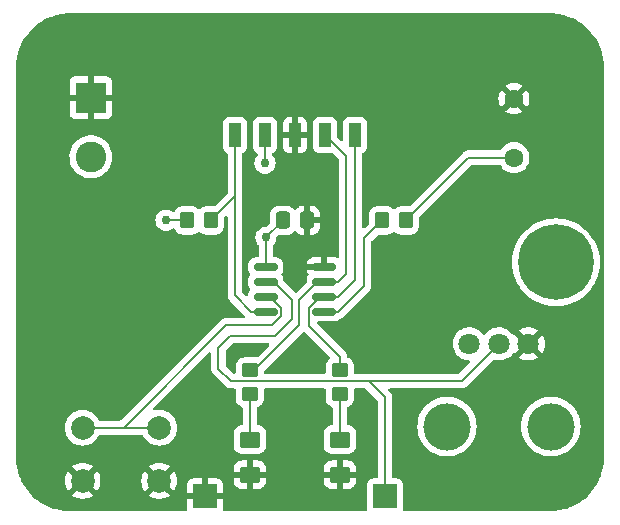
<source format=gtl>
%TF.GenerationSoftware,KiCad,Pcbnew,(6.0.7)*%
%TF.CreationDate,2022-08-15T12:54:09-04:00*%
%TF.ProjectId,2022_generic,32303232-5f67-4656-9e65-7269632e6b69,rev?*%
%TF.SameCoordinates,Original*%
%TF.FileFunction,Copper,L1,Top*%
%TF.FilePolarity,Positive*%
%FSLAX46Y46*%
G04 Gerber Fmt 4.6, Leading zero omitted, Abs format (unit mm)*
G04 Created by KiCad (PCBNEW (6.0.7)) date 2022-08-15 12:54:09*
%MOMM*%
%LPD*%
G01*
G04 APERTURE LIST*
G04 Aperture macros list*
%AMRoundRect*
0 Rectangle with rounded corners*
0 $1 Rounding radius*
0 $2 $3 $4 $5 $6 $7 $8 $9 X,Y pos of 4 corners*
0 Add a 4 corners polygon primitive as box body*
4,1,4,$2,$3,$4,$5,$6,$7,$8,$9,$2,$3,0*
0 Add four circle primitives for the rounded corners*
1,1,$1+$1,$2,$3*
1,1,$1+$1,$4,$5*
1,1,$1+$1,$6,$7*
1,1,$1+$1,$8,$9*
0 Add four rect primitives between the rounded corners*
20,1,$1+$1,$2,$3,$4,$5,0*
20,1,$1+$1,$4,$5,$6,$7,0*
20,1,$1+$1,$6,$7,$8,$9,0*
20,1,$1+$1,$8,$9,$2,$3,0*%
G04 Aperture macros list end*
%TA.AperFunction,ComponentPad*%
%ADD10R,2.000000X2.000000*%
%TD*%
%TA.AperFunction,ComponentPad*%
%ADD11R,2.600000X2.600000*%
%TD*%
%TA.AperFunction,ComponentPad*%
%ADD12C,2.600000*%
%TD*%
%TA.AperFunction,WasherPad*%
%ADD13C,4.000000*%
%TD*%
%TA.AperFunction,ComponentPad*%
%ADD14C,1.800000*%
%TD*%
%TA.AperFunction,SMDPad,CuDef*%
%ADD15RoundRect,0.250001X0.624999X-0.462499X0.624999X0.462499X-0.624999X0.462499X-0.624999X-0.462499X0*%
%TD*%
%TA.AperFunction,SMDPad,CuDef*%
%ADD16RoundRect,0.250000X-0.450000X0.350000X-0.450000X-0.350000X0.450000X-0.350000X0.450000X0.350000X0*%
%TD*%
%TA.AperFunction,ComponentPad*%
%ADD17C,6.400000*%
%TD*%
%TA.AperFunction,SMDPad,CuDef*%
%ADD18RoundRect,0.250000X-0.350000X-0.450000X0.350000X-0.450000X0.350000X0.450000X-0.350000X0.450000X0*%
%TD*%
%TA.AperFunction,ComponentPad*%
%ADD19C,1.600000*%
%TD*%
%TA.AperFunction,ComponentPad*%
%ADD20C,2.000000*%
%TD*%
%TA.AperFunction,SMDPad,CuDef*%
%ADD21RoundRect,0.250000X0.337500X0.475000X-0.337500X0.475000X-0.337500X-0.475000X0.337500X-0.475000X0*%
%TD*%
%TA.AperFunction,SMDPad,CuDef*%
%ADD22R,1.000000X2.000000*%
%TD*%
%TA.AperFunction,SMDPad,CuDef*%
%ADD23RoundRect,0.150000X-0.825000X-0.150000X0.825000X-0.150000X0.825000X0.150000X-0.825000X0.150000X0*%
%TD*%
%TA.AperFunction,ViaPad*%
%ADD24C,0.762000*%
%TD*%
%TA.AperFunction,Conductor*%
%ADD25C,0.203200*%
%TD*%
G04 APERTURE END LIST*
D10*
X166370000Y-137922000D03*
D11*
X141470000Y-104180000D03*
D12*
X141470000Y-109180000D03*
D13*
X180422000Y-132014000D03*
X171622000Y-132014000D03*
D14*
X173522000Y-125014000D03*
X176022000Y-125014000D03*
X178522000Y-125014000D03*
D15*
X154940000Y-136107500D03*
X154940000Y-133132500D03*
D10*
X151130000Y-137922000D03*
D16*
X162560000Y-127270000D03*
X162560000Y-129270000D03*
D17*
X180848000Y-118110000D03*
D18*
X149622000Y-114554000D03*
X151622000Y-114554000D03*
D19*
X177292000Y-109249216D03*
X177292000Y-104249216D03*
D20*
X147268000Y-132116000D03*
X140768000Y-132116000D03*
X140768000Y-136616000D03*
X147268000Y-136616000D03*
D21*
X159787500Y-114554000D03*
X157712500Y-114554000D03*
D15*
X162560000Y-136107500D03*
X162560000Y-133132500D03*
D16*
X154940000Y-127270000D03*
X154940000Y-129270000D03*
D22*
X153670000Y-107349500D03*
X156210000Y-107349500D03*
X158750000Y-107349500D03*
X161290000Y-107349500D03*
X163830000Y-107349500D03*
D18*
X166132000Y-114554000D03*
X168132000Y-114554000D03*
D23*
X156275000Y-118491000D03*
X156275000Y-119761000D03*
X156275000Y-121031000D03*
X156275000Y-122301000D03*
X161225000Y-122301000D03*
X161225000Y-121031000D03*
X161225000Y-119761000D03*
X161225000Y-118491000D03*
D24*
X156210000Y-109728000D03*
X147828000Y-114554000D03*
X156286200Y-116001800D03*
D25*
X168132000Y-114554000D02*
X173436784Y-109249216D01*
X173436784Y-109249216D02*
X177292000Y-109249216D01*
X157712500Y-114575500D02*
X156286200Y-116001800D01*
X156210000Y-107349500D02*
X156210000Y-109728000D01*
X156275000Y-116013000D02*
X156286200Y-116001800D01*
X157712500Y-114554000D02*
X157712500Y-114575500D01*
X156275000Y-118491000D02*
X156275000Y-116013000D01*
X149622000Y-114554000D02*
X147828000Y-114554000D01*
X162560000Y-133132500D02*
X162560000Y-129270000D01*
X154940000Y-129270000D02*
X154940000Y-133132500D01*
X159925000Y-123476000D02*
X162560000Y-126111000D01*
X163830000Y-119634000D02*
X163830000Y-107349500D01*
X160848249Y-121031000D02*
X159925000Y-121954249D01*
X162560000Y-126111000D02*
X162560000Y-127270000D01*
X162433000Y-121031000D02*
X163830000Y-119634000D01*
X161225000Y-121031000D02*
X162433000Y-121031000D01*
X161225000Y-121031000D02*
X160848249Y-121031000D01*
X159925000Y-121954249D02*
X159925000Y-123476000D01*
X159131000Y-121285000D02*
X159131000Y-123444000D01*
X155305000Y-127270000D02*
X154940000Y-127270000D01*
X160655000Y-119761000D02*
X159131000Y-121285000D01*
X163068000Y-119126000D02*
X163068000Y-109127500D01*
X161225000Y-119761000D02*
X160655000Y-119761000D01*
X161225000Y-119761000D02*
X162433000Y-119761000D01*
X159131000Y-123444000D02*
X155305000Y-127270000D01*
X163068000Y-109127500D02*
X161290000Y-107349500D01*
X162433000Y-119761000D02*
X163068000Y-119126000D01*
X151638000Y-114554000D02*
X153670000Y-112522000D01*
X151622000Y-114554000D02*
X151638000Y-114554000D01*
X153670000Y-107349500D02*
X153670000Y-112522000D01*
X155067000Y-122301000D02*
X153670000Y-120904000D01*
X156275000Y-122301000D02*
X155067000Y-122301000D01*
X153670000Y-120904000D02*
X153670000Y-112522000D01*
X161225000Y-122301000D02*
X162433000Y-122301000D01*
X162433000Y-122301000D02*
X164592000Y-120142000D01*
X164592000Y-120142000D02*
X164592000Y-116094000D01*
X164592000Y-116094000D02*
X166132000Y-114554000D01*
X157099000Y-124333000D02*
X153289000Y-124333000D01*
X152273000Y-125349000D02*
X152273000Y-127127000D01*
X153317600Y-128171600D02*
X165001600Y-128171600D01*
X172864400Y-128171600D02*
X176022000Y-125014000D01*
X156972000Y-119761000D02*
X158496000Y-121285000D01*
X165001600Y-128171600D02*
X167103400Y-128171600D01*
X166370000Y-137922000D02*
X166370000Y-129540000D01*
X158496000Y-121285000D02*
X158496000Y-122936000D01*
X153289000Y-124333000D02*
X152273000Y-125349000D01*
X152273000Y-127127000D02*
X153317600Y-128171600D01*
X167103400Y-128171600D02*
X172864400Y-128171600D01*
X156275000Y-119761000D02*
X156972000Y-119761000D01*
X166370000Y-129540000D02*
X165001600Y-128171600D01*
X158496000Y-122936000D02*
X157099000Y-124333000D01*
X157575000Y-122647751D02*
X156778751Y-123444000D01*
X144236000Y-132116000D02*
X147268000Y-132116000D01*
X140768000Y-132116000D02*
X143546000Y-132116000D01*
X152908000Y-123444000D02*
X144236000Y-132116000D01*
X143546000Y-132116000D02*
X144236000Y-132116000D01*
X156275000Y-121031000D02*
X156651751Y-121031000D01*
X156778751Y-123444000D02*
X152908000Y-123444000D01*
X157575000Y-121954249D02*
X157575000Y-122647751D01*
X156651751Y-121031000D02*
X157575000Y-121954249D01*
%TA.AperFunction,Conductor*%
G36*
X180310018Y-97030000D02*
G01*
X180324851Y-97032310D01*
X180324855Y-97032310D01*
X180333724Y-97033691D01*
X180354183Y-97031016D01*
X180376008Y-97030072D01*
X180732937Y-97045656D01*
X180743886Y-97046614D01*
X181128379Y-97097233D01*
X181139205Y-97099142D01*
X181517822Y-97183080D01*
X181528439Y-97185925D01*
X181698702Y-97239608D01*
X181898302Y-97302542D01*
X181908615Y-97306295D01*
X182266932Y-97454715D01*
X182276876Y-97459353D01*
X182620867Y-97638423D01*
X182630387Y-97643919D01*
X182957468Y-97852292D01*
X182966472Y-97858597D01*
X183274138Y-98094678D01*
X183282558Y-98101743D01*
X183568483Y-98363744D01*
X183576256Y-98371517D01*
X183838257Y-98657442D01*
X183845322Y-98665862D01*
X184081403Y-98973528D01*
X184087708Y-98982532D01*
X184296081Y-99309613D01*
X184301577Y-99319133D01*
X184480643Y-99663115D01*
X184485289Y-99673077D01*
X184633702Y-100031377D01*
X184637461Y-100041706D01*
X184754075Y-100411561D01*
X184756920Y-100422178D01*
X184840858Y-100800795D01*
X184842767Y-100811621D01*
X184893386Y-101196114D01*
X184894344Y-101207064D01*
X184909603Y-101556552D01*
X184908223Y-101581429D01*
X184906309Y-101593724D01*
X184907473Y-101602626D01*
X184907473Y-101602628D01*
X184910436Y-101625283D01*
X184911500Y-101641621D01*
X184911500Y-134570633D01*
X184910000Y-134590018D01*
X184907690Y-134604851D01*
X184907690Y-134604855D01*
X184906309Y-134613724D01*
X184908984Y-134634183D01*
X184909928Y-134656008D01*
X184896778Y-134957182D01*
X184894344Y-135012936D01*
X184893386Y-135023885D01*
X184880322Y-135123115D01*
X184842767Y-135408379D01*
X184840858Y-135419205D01*
X184756920Y-135797822D01*
X184754075Y-135808439D01*
X184700392Y-135978702D01*
X184645319Y-136153373D01*
X184637461Y-136178294D01*
X184633705Y-136188615D01*
X184516578Y-136471385D01*
X184485289Y-136546923D01*
X184480647Y-136556876D01*
X184317401Y-136870469D01*
X184301577Y-136900867D01*
X184296081Y-136910387D01*
X184087708Y-137237468D01*
X184081403Y-137246472D01*
X183845322Y-137554138D01*
X183838257Y-137562558D01*
X183576598Y-137848110D01*
X183576256Y-137848483D01*
X183568487Y-137856252D01*
X183383270Y-138025972D01*
X183282558Y-138118257D01*
X183274138Y-138125322D01*
X182966472Y-138361403D01*
X182957468Y-138367708D01*
X182630387Y-138576081D01*
X182620868Y-138581576D01*
X182276876Y-138760647D01*
X182266932Y-138765285D01*
X181908615Y-138913705D01*
X181898302Y-138917458D01*
X181742073Y-138966717D01*
X181528439Y-139034075D01*
X181517822Y-139036920D01*
X181139205Y-139120858D01*
X181128378Y-139122767D01*
X180808375Y-139164896D01*
X180743886Y-139173386D01*
X180732937Y-139174344D01*
X180383446Y-139189603D01*
X180358571Y-139188223D01*
X180346276Y-139186309D01*
X180337374Y-139187473D01*
X180337372Y-139187473D01*
X180322323Y-139189441D01*
X180314714Y-139190436D01*
X180298379Y-139191500D01*
X167992353Y-139191500D01*
X167924232Y-139171498D01*
X167877739Y-139117842D01*
X167867635Y-139047568D01*
X167869295Y-139038852D01*
X167871745Y-139032316D01*
X167878500Y-138970134D01*
X167878500Y-136873866D01*
X167871745Y-136811684D01*
X167820615Y-136675295D01*
X167733261Y-136558739D01*
X167616705Y-136471385D01*
X167480316Y-136420255D01*
X167418134Y-136413500D01*
X167106100Y-136413500D01*
X167037979Y-136393498D01*
X166991486Y-136339842D01*
X166980100Y-136287500D01*
X166980100Y-132014000D01*
X169108540Y-132014000D01*
X169128359Y-132329020D01*
X169187505Y-132639072D01*
X169285044Y-132939266D01*
X169286731Y-132942852D01*
X169286733Y-132942856D01*
X169417750Y-133221283D01*
X169417754Y-133221290D01*
X169419438Y-133224869D01*
X169588568Y-133491375D01*
X169789767Y-133734582D01*
X170019860Y-133950654D01*
X170275221Y-134136184D01*
X170278690Y-134138091D01*
X170278693Y-134138093D01*
X170541720Y-134282694D01*
X170551821Y-134288247D01*
X170555490Y-134289700D01*
X170555495Y-134289702D01*
X170841628Y-134402990D01*
X170845298Y-134404443D01*
X171151025Y-134482940D01*
X171464179Y-134522500D01*
X171779821Y-134522500D01*
X172092975Y-134482940D01*
X172398702Y-134404443D01*
X172402372Y-134402990D01*
X172688505Y-134289702D01*
X172688510Y-134289700D01*
X172692179Y-134288247D01*
X172702280Y-134282694D01*
X172965307Y-134138093D01*
X172965310Y-134138091D01*
X172968779Y-134136184D01*
X173224140Y-133950654D01*
X173454233Y-133734582D01*
X173655432Y-133491375D01*
X173824562Y-133224869D01*
X173826246Y-133221290D01*
X173826250Y-133221283D01*
X173957267Y-132942856D01*
X173957269Y-132942852D01*
X173958956Y-132939266D01*
X174056495Y-132639072D01*
X174115641Y-132329020D01*
X174135460Y-132014000D01*
X177908540Y-132014000D01*
X177928359Y-132329020D01*
X177987505Y-132639072D01*
X178085044Y-132939266D01*
X178086731Y-132942852D01*
X178086733Y-132942856D01*
X178217750Y-133221283D01*
X178217754Y-133221290D01*
X178219438Y-133224869D01*
X178388568Y-133491375D01*
X178589767Y-133734582D01*
X178819860Y-133950654D01*
X179075221Y-134136184D01*
X179078690Y-134138091D01*
X179078693Y-134138093D01*
X179341720Y-134282694D01*
X179351821Y-134288247D01*
X179355490Y-134289700D01*
X179355495Y-134289702D01*
X179641628Y-134402990D01*
X179645298Y-134404443D01*
X179951025Y-134482940D01*
X180264179Y-134522500D01*
X180579821Y-134522500D01*
X180892975Y-134482940D01*
X181198702Y-134404443D01*
X181202372Y-134402990D01*
X181488505Y-134289702D01*
X181488510Y-134289700D01*
X181492179Y-134288247D01*
X181502280Y-134282694D01*
X181765307Y-134138093D01*
X181765310Y-134138091D01*
X181768779Y-134136184D01*
X182024140Y-133950654D01*
X182254233Y-133734582D01*
X182455432Y-133491375D01*
X182624562Y-133224869D01*
X182626246Y-133221290D01*
X182626250Y-133221283D01*
X182757267Y-132942856D01*
X182757269Y-132942852D01*
X182758956Y-132939266D01*
X182856495Y-132639072D01*
X182915641Y-132329020D01*
X182935460Y-132014000D01*
X182915641Y-131698980D01*
X182856495Y-131388928D01*
X182758956Y-131088734D01*
X182666298Y-130891824D01*
X182626250Y-130806717D01*
X182626246Y-130806710D01*
X182624562Y-130803131D01*
X182455432Y-130536625D01*
X182266524Y-130308275D01*
X182256758Y-130296470D01*
X182256757Y-130296469D01*
X182254233Y-130293418D01*
X182024140Y-130077346D01*
X181768779Y-129891816D01*
X181683444Y-129844902D01*
X181495648Y-129741660D01*
X181495647Y-129741659D01*
X181492179Y-129739753D01*
X181488510Y-129738300D01*
X181488505Y-129738298D01*
X181202372Y-129625010D01*
X181202371Y-129625010D01*
X181198702Y-129623557D01*
X180892975Y-129545060D01*
X180579821Y-129505500D01*
X180264179Y-129505500D01*
X179951025Y-129545060D01*
X179645298Y-129623557D01*
X179641629Y-129625010D01*
X179641628Y-129625010D01*
X179355495Y-129738298D01*
X179355490Y-129738300D01*
X179351821Y-129739753D01*
X179348353Y-129741659D01*
X179348352Y-129741660D01*
X179160557Y-129844902D01*
X179075221Y-129891816D01*
X178819860Y-130077346D01*
X178589767Y-130293418D01*
X178587243Y-130296469D01*
X178587242Y-130296470D01*
X178577476Y-130308275D01*
X178388568Y-130536625D01*
X178219438Y-130803131D01*
X178217754Y-130806710D01*
X178217750Y-130806717D01*
X178177702Y-130891824D01*
X178085044Y-131088734D01*
X177987505Y-131388928D01*
X177928359Y-131698980D01*
X177908540Y-132014000D01*
X174135460Y-132014000D01*
X174115641Y-131698980D01*
X174056495Y-131388928D01*
X173958956Y-131088734D01*
X173866298Y-130891824D01*
X173826250Y-130806717D01*
X173826246Y-130806710D01*
X173824562Y-130803131D01*
X173655432Y-130536625D01*
X173466524Y-130308275D01*
X173456758Y-130296470D01*
X173456757Y-130296469D01*
X173454233Y-130293418D01*
X173224140Y-130077346D01*
X172968779Y-129891816D01*
X172883444Y-129844902D01*
X172695648Y-129741660D01*
X172695647Y-129741659D01*
X172692179Y-129739753D01*
X172688510Y-129738300D01*
X172688505Y-129738298D01*
X172402372Y-129625010D01*
X172402371Y-129625010D01*
X172398702Y-129623557D01*
X172092975Y-129545060D01*
X171779821Y-129505500D01*
X171464179Y-129505500D01*
X171151025Y-129545060D01*
X170845298Y-129623557D01*
X170841629Y-129625010D01*
X170841628Y-129625010D01*
X170555495Y-129738298D01*
X170555490Y-129738300D01*
X170551821Y-129739753D01*
X170548353Y-129741659D01*
X170548352Y-129741660D01*
X170360557Y-129844902D01*
X170275221Y-129891816D01*
X170019860Y-130077346D01*
X169789767Y-130293418D01*
X169787243Y-130296469D01*
X169787242Y-130296470D01*
X169777476Y-130308275D01*
X169588568Y-130536625D01*
X169419438Y-130803131D01*
X169417754Y-130806710D01*
X169417750Y-130806717D01*
X169377702Y-130891824D01*
X169285044Y-131088734D01*
X169187505Y-131388928D01*
X169128359Y-131698980D01*
X169108540Y-132014000D01*
X166980100Y-132014000D01*
X166980100Y-129615681D01*
X166980597Y-129605132D01*
X166982220Y-129597872D01*
X166980162Y-129532387D01*
X166980100Y-129528429D01*
X166980100Y-129501617D01*
X166979604Y-129497691D01*
X166979550Y-129496835D01*
X166978708Y-129486139D01*
X166977627Y-129451726D01*
X166977378Y-129443801D01*
X166972036Y-129425414D01*
X166968028Y-129406057D01*
X166966623Y-129394935D01*
X166966623Y-129394934D01*
X166965629Y-129387068D01*
X166961444Y-129376496D01*
X166950036Y-129347682D01*
X166946192Y-129336455D01*
X166936584Y-129303387D01*
X166936583Y-129303384D01*
X166934372Y-129295775D01*
X166924630Y-129279301D01*
X166915934Y-129261550D01*
X166911804Y-129251119D01*
X166911801Y-129251114D01*
X166908884Y-129243746D01*
X166883983Y-129209473D01*
X166877474Y-129199565D01*
X166855906Y-129163094D01*
X166842374Y-129149562D01*
X166829532Y-129134527D01*
X166818279Y-129119038D01*
X166785633Y-129092031D01*
X166776853Y-129084041D01*
X166689607Y-128996795D01*
X166655581Y-128934483D01*
X166660646Y-128863668D01*
X166703193Y-128806832D01*
X166769713Y-128782021D01*
X166778702Y-128781700D01*
X172788722Y-128781700D01*
X172799274Y-128782198D01*
X172806528Y-128783819D01*
X172871995Y-128781762D01*
X172875952Y-128781700D01*
X172902783Y-128781700D01*
X172906710Y-128781204D01*
X172907616Y-128781147D01*
X172918260Y-128780308D01*
X172960599Y-128778978D01*
X172978986Y-128773636D01*
X172998343Y-128769628D01*
X173009465Y-128768223D01*
X173009466Y-128768223D01*
X173017332Y-128767229D01*
X173030208Y-128762131D01*
X173056718Y-128751636D01*
X173067945Y-128747792D01*
X173101009Y-128738185D01*
X173101011Y-128738184D01*
X173108625Y-128735972D01*
X173125105Y-128726226D01*
X173142845Y-128717535D01*
X173160654Y-128710484D01*
X173194932Y-128685580D01*
X173204852Y-128679064D01*
X173234479Y-128661543D01*
X173234482Y-128661541D01*
X173241306Y-128657505D01*
X173254833Y-128643978D01*
X173269867Y-128631137D01*
X173278947Y-128624540D01*
X173278948Y-128624539D01*
X173285362Y-128619879D01*
X173312374Y-128587227D01*
X173320363Y-128578448D01*
X175497786Y-126401026D01*
X175560098Y-126367000D01*
X175622032Y-126369124D01*
X175622877Y-126369369D01*
X175627694Y-126371209D01*
X175632743Y-126372236D01*
X175632749Y-126372238D01*
X175742015Y-126394468D01*
X175854656Y-126417385D01*
X175985324Y-126422176D01*
X176080949Y-126425683D01*
X176080953Y-126425683D01*
X176086113Y-126425872D01*
X176091233Y-126425216D01*
X176091235Y-126425216D01*
X176164291Y-126415857D01*
X176315847Y-126396442D01*
X176320795Y-126394957D01*
X176320802Y-126394956D01*
X176532747Y-126331369D01*
X176537690Y-126329886D01*
X176543287Y-126327144D01*
X176741049Y-126230262D01*
X176741052Y-126230260D01*
X176745684Y-126227991D01*
X176819406Y-126175406D01*
X177725423Y-126175406D01*
X177730704Y-126182461D01*
X177907080Y-126285527D01*
X177916363Y-126289974D01*
X178123003Y-126368883D01*
X178132901Y-126371759D01*
X178349653Y-126415857D01*
X178359883Y-126417076D01*
X178580914Y-126425182D01*
X178591223Y-126424714D01*
X178810623Y-126396608D01*
X178820688Y-126394468D01*
X179032557Y-126330905D01*
X179042152Y-126327144D01*
X179240778Y-126229838D01*
X179249636Y-126224559D01*
X179307097Y-126183572D01*
X179315497Y-126172874D01*
X179308510Y-126159721D01*
X178534811Y-125386021D01*
X178520868Y-125378408D01*
X178519034Y-125378539D01*
X178512420Y-125382790D01*
X177732180Y-126163031D01*
X177725423Y-126175406D01*
X176819406Y-126175406D01*
X176934243Y-126093494D01*
X177098303Y-125930005D01*
X177172714Y-125826451D01*
X177228709Y-125782803D01*
X177299412Y-125776357D01*
X177359572Y-125806543D01*
X177362555Y-125809242D01*
X177371330Y-125805459D01*
X178149979Y-125026811D01*
X178156356Y-125015132D01*
X178886408Y-125015132D01*
X178886539Y-125016966D01*
X178890790Y-125023580D01*
X179668307Y-125801096D01*
X179680313Y-125807652D01*
X179692052Y-125798684D01*
X179730010Y-125745859D01*
X179735321Y-125737020D01*
X179833318Y-125538737D01*
X179837117Y-125529142D01*
X179901415Y-125317517D01*
X179903594Y-125307436D01*
X179932702Y-125086338D01*
X179933221Y-125079663D01*
X179934744Y-125017364D01*
X179934550Y-125010646D01*
X179916279Y-124788400D01*
X179914596Y-124778238D01*
X179860710Y-124563708D01*
X179857389Y-124553953D01*
X179769193Y-124351118D01*
X179764315Y-124342020D01*
X179691224Y-124229038D01*
X179680538Y-124219835D01*
X179670973Y-124224238D01*
X178894021Y-125001189D01*
X178886408Y-125015132D01*
X178156356Y-125015132D01*
X178157592Y-125012868D01*
X178157461Y-125011034D01*
X178153210Y-125004420D01*
X177375862Y-124227073D01*
X177364331Y-124220776D01*
X177354877Y-124228183D01*
X177288918Y-124254450D01*
X177219229Y-124240887D01*
X177171377Y-124197440D01*
X177144571Y-124156004D01*
X177141764Y-124151665D01*
X176985887Y-123980358D01*
X176981836Y-123977159D01*
X176981832Y-123977155D01*
X176826790Y-123854711D01*
X177727508Y-123854711D01*
X177734251Y-123867040D01*
X178509189Y-124641979D01*
X178523132Y-124649592D01*
X178524966Y-124649461D01*
X178531580Y-124645210D01*
X179310994Y-123865795D01*
X179318011Y-123852944D01*
X179310237Y-123842274D01*
X179307902Y-123840430D01*
X179299320Y-123834729D01*
X179105678Y-123727833D01*
X179096272Y-123723606D01*
X178887772Y-123649772D01*
X178877809Y-123647140D01*
X178660047Y-123608350D01*
X178649796Y-123607381D01*
X178428616Y-123604679D01*
X178418332Y-123605399D01*
X178199693Y-123638855D01*
X178189666Y-123641244D01*
X177979426Y-123709961D01*
X177969916Y-123713958D01*
X177773725Y-123816089D01*
X177765007Y-123821578D01*
X177735961Y-123843386D01*
X177727508Y-123854711D01*
X176826790Y-123854711D01*
X176808177Y-123840011D01*
X176808172Y-123840008D01*
X176804123Y-123836810D01*
X176799607Y-123834317D01*
X176799604Y-123834315D01*
X176605879Y-123727373D01*
X176605875Y-123727371D01*
X176601355Y-123724876D01*
X176596486Y-123723152D01*
X176596482Y-123723150D01*
X176387903Y-123649288D01*
X176387899Y-123649287D01*
X176383028Y-123647562D01*
X176377935Y-123646655D01*
X176377932Y-123646654D01*
X176160095Y-123607851D01*
X176160089Y-123607850D01*
X176155006Y-123606945D01*
X176082096Y-123606054D01*
X175928581Y-123604179D01*
X175928579Y-123604179D01*
X175923411Y-123604116D01*
X175694464Y-123639150D01*
X175474314Y-123711106D01*
X175469726Y-123713494D01*
X175469722Y-123713496D01*
X175273461Y-123815663D01*
X175268872Y-123818052D01*
X175264739Y-123821155D01*
X175264736Y-123821157D01*
X175087790Y-123954012D01*
X175083655Y-123957117D01*
X174923639Y-124124564D01*
X174876836Y-124193174D01*
X174821927Y-124238175D01*
X174751402Y-124246346D01*
X174687655Y-124215092D01*
X174666959Y-124190609D01*
X174644577Y-124156013D01*
X174644576Y-124156012D01*
X174641764Y-124151665D01*
X174485887Y-123980358D01*
X174481836Y-123977159D01*
X174481832Y-123977155D01*
X174308177Y-123840011D01*
X174308172Y-123840008D01*
X174304123Y-123836810D01*
X174299607Y-123834317D01*
X174299604Y-123834315D01*
X174105879Y-123727373D01*
X174105875Y-123727371D01*
X174101355Y-123724876D01*
X174096486Y-123723152D01*
X174096482Y-123723150D01*
X173887903Y-123649288D01*
X173887899Y-123649287D01*
X173883028Y-123647562D01*
X173877935Y-123646655D01*
X173877932Y-123646654D01*
X173660095Y-123607851D01*
X173660089Y-123607850D01*
X173655006Y-123606945D01*
X173582096Y-123606054D01*
X173428581Y-123604179D01*
X173428579Y-123604179D01*
X173423411Y-123604116D01*
X173194464Y-123639150D01*
X172974314Y-123711106D01*
X172969726Y-123713494D01*
X172969722Y-123713496D01*
X172773461Y-123815663D01*
X172768872Y-123818052D01*
X172764739Y-123821155D01*
X172764736Y-123821157D01*
X172587790Y-123954012D01*
X172583655Y-123957117D01*
X172423639Y-124124564D01*
X172420730Y-124128829D01*
X172420724Y-124128837D01*
X172405152Y-124151665D01*
X172293119Y-124315899D01*
X172195602Y-124525981D01*
X172133707Y-124749169D01*
X172109095Y-124979469D01*
X172109392Y-124984622D01*
X172109392Y-124984625D01*
X172114872Y-125079663D01*
X172122427Y-125210697D01*
X172123564Y-125215743D01*
X172123565Y-125215749D01*
X172144228Y-125307436D01*
X172173346Y-125436642D01*
X172175288Y-125441424D01*
X172175289Y-125441428D01*
X172258540Y-125646450D01*
X172260484Y-125651237D01*
X172381501Y-125848719D01*
X172533147Y-126023784D01*
X172685785Y-126150507D01*
X172704020Y-126165645D01*
X172711349Y-126171730D01*
X172911322Y-126288584D01*
X172916147Y-126290426D01*
X172916148Y-126290427D01*
X172985353Y-126316854D01*
X173127694Y-126371209D01*
X173132760Y-126372240D01*
X173132761Y-126372240D01*
X173185846Y-126383040D01*
X173354656Y-126417385D01*
X173419805Y-126419774D01*
X173452719Y-126420981D01*
X173520061Y-126443466D01*
X173564557Y-126498789D01*
X173572079Y-126569386D01*
X173537197Y-126635991D01*
X172648593Y-127524595D01*
X172586281Y-127558621D01*
X172559498Y-127561500D01*
X165059536Y-127561500D01*
X165039825Y-127559949D01*
X165020916Y-127556954D01*
X165007799Y-127558194D01*
X164978739Y-127560941D01*
X164966881Y-127561500D01*
X163894500Y-127561500D01*
X163826379Y-127541498D01*
X163779886Y-127487842D01*
X163768500Y-127435500D01*
X163768500Y-126869600D01*
X163768163Y-126866350D01*
X163758238Y-126770692D01*
X163758237Y-126770688D01*
X163757526Y-126763834D01*
X163701550Y-126596054D01*
X163608478Y-126445652D01*
X163588664Y-126425872D01*
X163488483Y-126325866D01*
X163483303Y-126320695D01*
X163477072Y-126316854D01*
X163338968Y-126231725D01*
X163338966Y-126231724D01*
X163332738Y-126227885D01*
X163256432Y-126202575D01*
X163198073Y-126162146D01*
X163170836Y-126096582D01*
X163170100Y-126082983D01*
X163170100Y-126072617D01*
X163169604Y-126068691D01*
X163169550Y-126067835D01*
X163168708Y-126057139D01*
X163167627Y-126022721D01*
X163167627Y-126022720D01*
X163167378Y-126014801D01*
X163165167Y-126007189D01*
X163165166Y-126007185D01*
X163162036Y-125996408D01*
X163158028Y-125977056D01*
X163157891Y-125975969D01*
X163155629Y-125958068D01*
X163140035Y-125918683D01*
X163136197Y-125907475D01*
X163124373Y-125866775D01*
X163120340Y-125859955D01*
X163120337Y-125859949D01*
X163114628Y-125850297D01*
X163105933Y-125832550D01*
X163098884Y-125814746D01*
X163094220Y-125808326D01*
X163094218Y-125808323D01*
X163073983Y-125780471D01*
X163067475Y-125770566D01*
X163045906Y-125734094D01*
X163032374Y-125720562D01*
X163019532Y-125705527D01*
X163008279Y-125690038D01*
X162975633Y-125663031D01*
X162966853Y-125655041D01*
X160636407Y-123324595D01*
X160602381Y-123262283D01*
X160607446Y-123191468D01*
X160649993Y-123134632D01*
X160716513Y-123109821D01*
X160725502Y-123109500D01*
X162116502Y-123109500D01*
X162118950Y-123109307D01*
X162118958Y-123109307D01*
X162147421Y-123107067D01*
X162147426Y-123107066D01*
X162153831Y-123106562D01*
X162253769Y-123077528D01*
X162305988Y-123062357D01*
X162305990Y-123062356D01*
X162313601Y-123060145D01*
X162422536Y-122995721D01*
X162449980Y-122979491D01*
X162449983Y-122979489D01*
X162456807Y-122975453D01*
X162497853Y-122934407D01*
X162560165Y-122900381D01*
X162571153Y-122898496D01*
X162578066Y-122897623D01*
X162578068Y-122897622D01*
X162585932Y-122896629D01*
X162604264Y-122889371D01*
X162625318Y-122881036D01*
X162636545Y-122877192D01*
X162669609Y-122867585D01*
X162669611Y-122867584D01*
X162677225Y-122865372D01*
X162693705Y-122855626D01*
X162711445Y-122846935D01*
X162729254Y-122839884D01*
X162763532Y-122814980D01*
X162773452Y-122808464D01*
X162803079Y-122790943D01*
X162803082Y-122790941D01*
X162809906Y-122786905D01*
X162823433Y-122773378D01*
X162838467Y-122760537D01*
X162847547Y-122753940D01*
X162847548Y-122753939D01*
X162853962Y-122749279D01*
X162880974Y-122716627D01*
X162888963Y-122707848D01*
X164969890Y-120626922D01*
X164977705Y-120619810D01*
X164983983Y-120615826D01*
X165028830Y-120568069D01*
X165031585Y-120565227D01*
X165050547Y-120546265D01*
X165052973Y-120543138D01*
X165053538Y-120542497D01*
X165060507Y-120534337D01*
X165084075Y-120509239D01*
X165089504Y-120503458D01*
X165098728Y-120486681D01*
X165109575Y-120470168D01*
X165116452Y-120461302D01*
X165116455Y-120461297D01*
X165121313Y-120455034D01*
X165138139Y-120416150D01*
X165143354Y-120405505D01*
X165163765Y-120368378D01*
X165168525Y-120349838D01*
X165174928Y-120331136D01*
X165179384Y-120320839D01*
X165182532Y-120313565D01*
X165189159Y-120271722D01*
X165191566Y-120260098D01*
X165200129Y-120226750D01*
X165202100Y-120219074D01*
X165202100Y-120199936D01*
X165203651Y-120180225D01*
X165205406Y-120169144D01*
X165206646Y-120161316D01*
X165202659Y-120119139D01*
X165202100Y-120107281D01*
X165202100Y-118110000D01*
X177134411Y-118110000D01*
X177154754Y-118498176D01*
X177215562Y-118882099D01*
X177316167Y-119257562D01*
X177455468Y-119620453D01*
X177456966Y-119623393D01*
X177561025Y-119827619D01*
X177631938Y-119966794D01*
X177633734Y-119969560D01*
X177633736Y-119969563D01*
X177783341Y-120199936D01*
X177843643Y-120292793D01*
X177874693Y-120331136D01*
X178065402Y-120566641D01*
X178088266Y-120594876D01*
X178363124Y-120869734D01*
X178365682Y-120871806D01*
X178365686Y-120871809D01*
X178452838Y-120942383D01*
X178665207Y-121114357D01*
X178667970Y-121116152D01*
X178667971Y-121116152D01*
X178921671Y-121280906D01*
X178991205Y-121326062D01*
X178994139Y-121327557D01*
X178994146Y-121327561D01*
X179057739Y-121359963D01*
X179337547Y-121502532D01*
X179700438Y-121641833D01*
X180075901Y-121742438D01*
X180279793Y-121774732D01*
X180456576Y-121802732D01*
X180456584Y-121802733D01*
X180459824Y-121803246D01*
X180848000Y-121823589D01*
X181236176Y-121803246D01*
X181239416Y-121802733D01*
X181239424Y-121802732D01*
X181416207Y-121774732D01*
X181620099Y-121742438D01*
X181995562Y-121641833D01*
X182358453Y-121502532D01*
X182638261Y-121359963D01*
X182701854Y-121327561D01*
X182701861Y-121327557D01*
X182704795Y-121326062D01*
X182774330Y-121280906D01*
X183028029Y-121116152D01*
X183028030Y-121116152D01*
X183030793Y-121114357D01*
X183243162Y-120942383D01*
X183330314Y-120871809D01*
X183330318Y-120871806D01*
X183332876Y-120869734D01*
X183607734Y-120594876D01*
X183630599Y-120566641D01*
X183821307Y-120331136D01*
X183852357Y-120292793D01*
X183912659Y-120199936D01*
X184062264Y-119969563D01*
X184062266Y-119969560D01*
X184064062Y-119966794D01*
X184134976Y-119827619D01*
X184239034Y-119623393D01*
X184240532Y-119620453D01*
X184379833Y-119257562D01*
X184480438Y-118882099D01*
X184541246Y-118498176D01*
X184561589Y-118110000D01*
X184541246Y-117721824D01*
X184537967Y-117701116D01*
X184480954Y-117341162D01*
X184480438Y-117337901D01*
X184379833Y-116962438D01*
X184240532Y-116599547D01*
X184118120Y-116359300D01*
X184065561Y-116256147D01*
X184065557Y-116256140D01*
X184064062Y-116253206D01*
X183852357Y-115927207D01*
X183681518Y-115716239D01*
X183609809Y-115627686D01*
X183609806Y-115627682D01*
X183607734Y-115625124D01*
X183332876Y-115350266D01*
X183325850Y-115344576D01*
X183118805Y-115176914D01*
X183030793Y-115105643D01*
X182989608Y-115078897D01*
X182707564Y-114895736D01*
X182707561Y-114895734D01*
X182704795Y-114893938D01*
X182701861Y-114892443D01*
X182701854Y-114892439D01*
X182361393Y-114718966D01*
X182358453Y-114717468D01*
X181995562Y-114578167D01*
X181620099Y-114477562D01*
X181416207Y-114445268D01*
X181239424Y-114417268D01*
X181239416Y-114417267D01*
X181236176Y-114416754D01*
X180848000Y-114396411D01*
X180459824Y-114416754D01*
X180456584Y-114417267D01*
X180456576Y-114417268D01*
X180279793Y-114445268D01*
X180075901Y-114477562D01*
X179700438Y-114578167D01*
X179337547Y-114717468D01*
X179334607Y-114718966D01*
X178994147Y-114892439D01*
X178994140Y-114892443D01*
X178991206Y-114893938D01*
X178988440Y-114895734D01*
X178988437Y-114895736D01*
X178667971Y-115103848D01*
X178665207Y-115105643D01*
X178577195Y-115176914D01*
X178370151Y-115344576D01*
X178363124Y-115350266D01*
X178088266Y-115625124D01*
X178086194Y-115627682D01*
X178086191Y-115627686D01*
X178014482Y-115716239D01*
X177843643Y-115927207D01*
X177631938Y-116253206D01*
X177630443Y-116256140D01*
X177630439Y-116256147D01*
X177577880Y-116359300D01*
X177455468Y-116599547D01*
X177316167Y-116962438D01*
X177215562Y-117337901D01*
X177215046Y-117341162D01*
X177158034Y-117701116D01*
X177154754Y-117721824D01*
X177134411Y-118110000D01*
X165202100Y-118110000D01*
X165202100Y-116398902D01*
X165222102Y-116330781D01*
X165239005Y-116309806D01*
X165749408Y-115799404D01*
X165811720Y-115765379D01*
X165838503Y-115762500D01*
X166532400Y-115762500D01*
X166535646Y-115762163D01*
X166535650Y-115762163D01*
X166631308Y-115752238D01*
X166631312Y-115752237D01*
X166638166Y-115751526D01*
X166644702Y-115749345D01*
X166644704Y-115749345D01*
X166776806Y-115705272D01*
X166805946Y-115695550D01*
X166956348Y-115602478D01*
X167042784Y-115515891D01*
X167105066Y-115481812D01*
X167175886Y-115486815D01*
X167220976Y-115515736D01*
X167308697Y-115603305D01*
X167314927Y-115607145D01*
X167314928Y-115607146D01*
X167452090Y-115691694D01*
X167459262Y-115696115D01*
X167519934Y-115716239D01*
X167620611Y-115749632D01*
X167620613Y-115749632D01*
X167627139Y-115751797D01*
X167633975Y-115752497D01*
X167633978Y-115752498D01*
X167677031Y-115756909D01*
X167731600Y-115762500D01*
X168532400Y-115762500D01*
X168535646Y-115762163D01*
X168535650Y-115762163D01*
X168631308Y-115752238D01*
X168631312Y-115752237D01*
X168638166Y-115751526D01*
X168644702Y-115749345D01*
X168644704Y-115749345D01*
X168776806Y-115705272D01*
X168805946Y-115695550D01*
X168956348Y-115602478D01*
X169081305Y-115477303D01*
X169160891Y-115348191D01*
X169170275Y-115332968D01*
X169170276Y-115332966D01*
X169174115Y-115326738D01*
X169229797Y-115158861D01*
X169240500Y-115054400D01*
X169240500Y-114360501D01*
X169260502Y-114292380D01*
X169277405Y-114271406D01*
X173652590Y-109896221D01*
X173714902Y-109862195D01*
X173741685Y-109859316D01*
X176056221Y-109859316D01*
X176124342Y-109879318D01*
X176159434Y-109913045D01*
X176252083Y-110045361D01*
X176285802Y-110093516D01*
X176447700Y-110255414D01*
X176452208Y-110258571D01*
X176452211Y-110258573D01*
X176475596Y-110274947D01*
X176635251Y-110386739D01*
X176640233Y-110389062D01*
X176640238Y-110389065D01*
X176837775Y-110481177D01*
X176842757Y-110483500D01*
X176848065Y-110484922D01*
X176848067Y-110484923D01*
X177058598Y-110541335D01*
X177058600Y-110541335D01*
X177063913Y-110542759D01*
X177292000Y-110562714D01*
X177520087Y-110542759D01*
X177525400Y-110541335D01*
X177525402Y-110541335D01*
X177735933Y-110484923D01*
X177735935Y-110484922D01*
X177741243Y-110483500D01*
X177746225Y-110481177D01*
X177943762Y-110389065D01*
X177943767Y-110389062D01*
X177948749Y-110386739D01*
X178108404Y-110274947D01*
X178131789Y-110258573D01*
X178131792Y-110258571D01*
X178136300Y-110255414D01*
X178298198Y-110093516D01*
X178429523Y-109905965D01*
X178431846Y-109900983D01*
X178431849Y-109900978D01*
X178523961Y-109703441D01*
X178523961Y-109703440D01*
X178526284Y-109698459D01*
X178585543Y-109477303D01*
X178605498Y-109249216D01*
X178585543Y-109021129D01*
X178555064Y-108907379D01*
X178527707Y-108805283D01*
X178527706Y-108805281D01*
X178526284Y-108799973D01*
X178511805Y-108768922D01*
X178431849Y-108597454D01*
X178431846Y-108597449D01*
X178429523Y-108592467D01*
X178298198Y-108404916D01*
X178136300Y-108243018D01*
X178131792Y-108239861D01*
X178131789Y-108239859D01*
X178020873Y-108162195D01*
X177948749Y-108111693D01*
X177943767Y-108109370D01*
X177943762Y-108109367D01*
X177746225Y-108017255D01*
X177746224Y-108017255D01*
X177741243Y-108014932D01*
X177735935Y-108013510D01*
X177735933Y-108013509D01*
X177525402Y-107957097D01*
X177525400Y-107957097D01*
X177520087Y-107955673D01*
X177292000Y-107935718D01*
X177063913Y-107955673D01*
X177058600Y-107957097D01*
X177058598Y-107957097D01*
X176848067Y-108013509D01*
X176848065Y-108013510D01*
X176842757Y-108014932D01*
X176837776Y-108017255D01*
X176837775Y-108017255D01*
X176640238Y-108109367D01*
X176640233Y-108109370D01*
X176635251Y-108111693D01*
X176563127Y-108162195D01*
X176452211Y-108239859D01*
X176452208Y-108239861D01*
X176447700Y-108243018D01*
X176285802Y-108404916D01*
X176282645Y-108409424D01*
X176282643Y-108409427D01*
X176159434Y-108585387D01*
X176103977Y-108629715D01*
X176056221Y-108639116D01*
X173512461Y-108639116D01*
X173501909Y-108638618D01*
X173494655Y-108636997D01*
X173432235Y-108638958D01*
X173429189Y-108639054D01*
X173425232Y-108639116D01*
X173398401Y-108639116D01*
X173394474Y-108639612D01*
X173393568Y-108639669D01*
X173382924Y-108640508D01*
X173340585Y-108641838D01*
X173322198Y-108647180D01*
X173302841Y-108651188D01*
X173283852Y-108653587D01*
X173244464Y-108669181D01*
X173233241Y-108673023D01*
X173200174Y-108682631D01*
X173200172Y-108682632D01*
X173192558Y-108684844D01*
X173176077Y-108694591D01*
X173158335Y-108703283D01*
X173140530Y-108710332D01*
X173134116Y-108714992D01*
X173106256Y-108735233D01*
X173096336Y-108741749D01*
X173066704Y-108759273D01*
X173066701Y-108759275D01*
X173059877Y-108763311D01*
X173046346Y-108776842D01*
X173031314Y-108789681D01*
X173015822Y-108800937D01*
X173010769Y-108807045D01*
X172988815Y-108833583D01*
X172980825Y-108842363D01*
X168514593Y-113308595D01*
X168452281Y-113342621D01*
X168425498Y-113345500D01*
X167731600Y-113345500D01*
X167728354Y-113345837D01*
X167728350Y-113345837D01*
X167632692Y-113355762D01*
X167632688Y-113355763D01*
X167625834Y-113356474D01*
X167619298Y-113358655D01*
X167619296Y-113358655D01*
X167521796Y-113391184D01*
X167458054Y-113412450D01*
X167307652Y-113505522D01*
X167302479Y-113510704D01*
X167221216Y-113592109D01*
X167158934Y-113626188D01*
X167088114Y-113621185D01*
X167043025Y-113592264D01*
X166960483Y-113509866D01*
X166955303Y-113504695D01*
X166924494Y-113485704D01*
X166810968Y-113415725D01*
X166810966Y-113415724D01*
X166804738Y-113411885D01*
X166644254Y-113358655D01*
X166643389Y-113358368D01*
X166643387Y-113358368D01*
X166636861Y-113356203D01*
X166630025Y-113355503D01*
X166630022Y-113355502D01*
X166586969Y-113351091D01*
X166532400Y-113345500D01*
X165731600Y-113345500D01*
X165728354Y-113345837D01*
X165728350Y-113345837D01*
X165632692Y-113355762D01*
X165632688Y-113355763D01*
X165625834Y-113356474D01*
X165619298Y-113358655D01*
X165619296Y-113358655D01*
X165521796Y-113391184D01*
X165458054Y-113412450D01*
X165307652Y-113505522D01*
X165182695Y-113630697D01*
X165178855Y-113636927D01*
X165178854Y-113636928D01*
X165109136Y-113750032D01*
X165089885Y-113781262D01*
X165034203Y-113949139D01*
X165023500Y-114053600D01*
X165023500Y-114747498D01*
X165003498Y-114815619D01*
X164986595Y-114836594D01*
X164655195Y-115167993D01*
X164592883Y-115202018D01*
X164522067Y-115196953D01*
X164465232Y-115154406D01*
X164440421Y-115087886D01*
X164440100Y-115078897D01*
X164440100Y-108938654D01*
X164460102Y-108870533D01*
X164513758Y-108824040D01*
X164521870Y-108820672D01*
X164568297Y-108803267D01*
X164576705Y-108800115D01*
X164693261Y-108712761D01*
X164780615Y-108596205D01*
X164831745Y-108459816D01*
X164838500Y-108397634D01*
X164838500Y-106301366D01*
X164831745Y-106239184D01*
X164780615Y-106102795D01*
X164693261Y-105986239D01*
X164576705Y-105898885D01*
X164440316Y-105847755D01*
X164378134Y-105841000D01*
X163281866Y-105841000D01*
X163219684Y-105847755D01*
X163083295Y-105898885D01*
X162966739Y-105986239D01*
X162879385Y-106102795D01*
X162828255Y-106239184D01*
X162821500Y-106301366D01*
X162821500Y-107713998D01*
X162801498Y-107782119D01*
X162747842Y-107828612D01*
X162677568Y-107838716D01*
X162612988Y-107809222D01*
X162606405Y-107803093D01*
X162335405Y-107532093D01*
X162301379Y-107469781D01*
X162298500Y-107442998D01*
X162298500Y-106301366D01*
X162291745Y-106239184D01*
X162240615Y-106102795D01*
X162153261Y-105986239D01*
X162036705Y-105898885D01*
X161900316Y-105847755D01*
X161838134Y-105841000D01*
X160741866Y-105841000D01*
X160679684Y-105847755D01*
X160543295Y-105898885D01*
X160426739Y-105986239D01*
X160339385Y-106102795D01*
X160288255Y-106239184D01*
X160281500Y-106301366D01*
X160281500Y-108397634D01*
X160288255Y-108459816D01*
X160339385Y-108596205D01*
X160426739Y-108712761D01*
X160543295Y-108800115D01*
X160679684Y-108851245D01*
X160741866Y-108858000D01*
X161838134Y-108858000D01*
X161841524Y-108857632D01*
X161841538Y-108857631D01*
X161866117Y-108854961D01*
X161935999Y-108867490D01*
X161968817Y-108891129D01*
X162420995Y-109343307D01*
X162455021Y-109405619D01*
X162457900Y-109432402D01*
X162457900Y-117606482D01*
X162437898Y-117674603D01*
X162384242Y-117721096D01*
X162313968Y-117731200D01*
X162296747Y-117727479D01*
X162159938Y-117687732D01*
X162147333Y-117685430D01*
X162118916Y-117683193D01*
X162113986Y-117683000D01*
X161497115Y-117683000D01*
X161481876Y-117687475D01*
X161480671Y-117688865D01*
X161479000Y-117696548D01*
X161479000Y-118619000D01*
X161458998Y-118687121D01*
X161405342Y-118733614D01*
X161353000Y-118745000D01*
X159763122Y-118745000D01*
X159749591Y-118748973D01*
X159748456Y-118756871D01*
X159789107Y-118896790D01*
X159795352Y-118911221D01*
X159871911Y-119040677D01*
X159877871Y-119048360D01*
X159903820Y-119114444D01*
X159889922Y-119184067D01*
X159879579Y-119200161D01*
X159875547Y-119204193D01*
X159790855Y-119347399D01*
X159744438Y-119507169D01*
X159741500Y-119544498D01*
X159741500Y-119759498D01*
X159721498Y-119827619D01*
X159704595Y-119848593D01*
X158902595Y-120650593D01*
X158840283Y-120684619D01*
X158769468Y-120679554D01*
X158724405Y-120650593D01*
X157795405Y-119721593D01*
X157761379Y-119659281D01*
X157758500Y-119632498D01*
X157758500Y-119544498D01*
X157755562Y-119507169D01*
X157709145Y-119347399D01*
X157624453Y-119204193D01*
X157621771Y-119201511D01*
X157596498Y-119137139D01*
X157610400Y-119067516D01*
X157620572Y-119051688D01*
X157624453Y-119047807D01*
X157709145Y-118904601D01*
X157711415Y-118896790D01*
X157753767Y-118751008D01*
X157755562Y-118744831D01*
X157758500Y-118707502D01*
X157758500Y-118274498D01*
X157755562Y-118237169D01*
X157750459Y-118219605D01*
X159750061Y-118219605D01*
X159750101Y-118233706D01*
X159757370Y-118237000D01*
X160952885Y-118237000D01*
X160968124Y-118232525D01*
X160969329Y-118231135D01*
X160971000Y-118223452D01*
X160971000Y-117701116D01*
X160966525Y-117685877D01*
X160965135Y-117684672D01*
X160957452Y-117683001D01*
X160336017Y-117683001D01*
X160331080Y-117683195D01*
X160302664Y-117685430D01*
X160290069Y-117687730D01*
X160144210Y-117730107D01*
X160129779Y-117736352D01*
X160000322Y-117812911D01*
X159987896Y-117822551D01*
X159881551Y-117928896D01*
X159871911Y-117941322D01*
X159795352Y-118070779D01*
X159789107Y-118085210D01*
X159750061Y-118219605D01*
X157750459Y-118219605D01*
X157717657Y-118106699D01*
X157711357Y-118085012D01*
X157711356Y-118085010D01*
X157709145Y-118077399D01*
X157692107Y-118048589D01*
X157628491Y-117941020D01*
X157628489Y-117941017D01*
X157624453Y-117934193D01*
X157506807Y-117816547D01*
X157499983Y-117812511D01*
X157499980Y-117812509D01*
X157370427Y-117735892D01*
X157370428Y-117735892D01*
X157363601Y-117731855D01*
X157355990Y-117729644D01*
X157355988Y-117729643D01*
X157303769Y-117714472D01*
X157203831Y-117685438D01*
X157197426Y-117684934D01*
X157197421Y-117684933D01*
X157168958Y-117682693D01*
X157168950Y-117682693D01*
X157166502Y-117682500D01*
X157011100Y-117682500D01*
X156942979Y-117662498D01*
X156896486Y-117608842D01*
X156885100Y-117556500D01*
X156885100Y-116714358D01*
X156905102Y-116646237D01*
X156917464Y-116630047D01*
X156939865Y-116605169D01*
X157009785Y-116527515D01*
X157017734Y-116513747D01*
X157099971Y-116371308D01*
X157099972Y-116371307D01*
X157103275Y-116365585D01*
X157127339Y-116291522D01*
X157159015Y-116194035D01*
X157159015Y-116194034D01*
X157161055Y-116187756D01*
X157179646Y-116010876D01*
X157206659Y-115945220D01*
X157215860Y-115934952D01*
X157326406Y-115824405D01*
X157388718Y-115790380D01*
X157415502Y-115787500D01*
X158100400Y-115787500D01*
X158103646Y-115787163D01*
X158103650Y-115787163D01*
X158199308Y-115777238D01*
X158199312Y-115777237D01*
X158206166Y-115776526D01*
X158212702Y-115774345D01*
X158212704Y-115774345D01*
X158366998Y-115722868D01*
X158373946Y-115720550D01*
X158524348Y-115627478D01*
X158649305Y-115502303D01*
X158652102Y-115497765D01*
X158709353Y-115457176D01*
X158780276Y-115453946D01*
X158841687Y-115489572D01*
X158849062Y-115498068D01*
X158857098Y-115508207D01*
X158971829Y-115622739D01*
X158983240Y-115631751D01*
X159121243Y-115716816D01*
X159134424Y-115722963D01*
X159288710Y-115774138D01*
X159302086Y-115777005D01*
X159396438Y-115786672D01*
X159402854Y-115787000D01*
X159515385Y-115787000D01*
X159530624Y-115782525D01*
X159531829Y-115781135D01*
X159533500Y-115773452D01*
X159533500Y-115768884D01*
X160041500Y-115768884D01*
X160045975Y-115784123D01*
X160047365Y-115785328D01*
X160055048Y-115786999D01*
X160172095Y-115786999D01*
X160178614Y-115786662D01*
X160274206Y-115776743D01*
X160287600Y-115773851D01*
X160441784Y-115722412D01*
X160454962Y-115716239D01*
X160592807Y-115630937D01*
X160604208Y-115621901D01*
X160718739Y-115507171D01*
X160727751Y-115495760D01*
X160812816Y-115357757D01*
X160818963Y-115344576D01*
X160870138Y-115190290D01*
X160873005Y-115176914D01*
X160882672Y-115082562D01*
X160883000Y-115076146D01*
X160883000Y-114826115D01*
X160878525Y-114810876D01*
X160877135Y-114809671D01*
X160869452Y-114808000D01*
X160059615Y-114808000D01*
X160044376Y-114812475D01*
X160043171Y-114813865D01*
X160041500Y-114821548D01*
X160041500Y-115768884D01*
X159533500Y-115768884D01*
X159533500Y-114281885D01*
X160041500Y-114281885D01*
X160045975Y-114297124D01*
X160047365Y-114298329D01*
X160055048Y-114300000D01*
X160864884Y-114300000D01*
X160880123Y-114295525D01*
X160881328Y-114294135D01*
X160882999Y-114286452D01*
X160882999Y-114031905D01*
X160882662Y-114025386D01*
X160872743Y-113929794D01*
X160869851Y-113916400D01*
X160818412Y-113762216D01*
X160812239Y-113749038D01*
X160726937Y-113611193D01*
X160717901Y-113599792D01*
X160603171Y-113485261D01*
X160591760Y-113476249D01*
X160453757Y-113391184D01*
X160440576Y-113385037D01*
X160286290Y-113333862D01*
X160272914Y-113330995D01*
X160178562Y-113321328D01*
X160172145Y-113321000D01*
X160059615Y-113321000D01*
X160044376Y-113325475D01*
X160043171Y-113326865D01*
X160041500Y-113334548D01*
X160041500Y-114281885D01*
X159533500Y-114281885D01*
X159533500Y-113339116D01*
X159529025Y-113323877D01*
X159527635Y-113322672D01*
X159519952Y-113321001D01*
X159402905Y-113321001D01*
X159396386Y-113321338D01*
X159300794Y-113331257D01*
X159287400Y-113334149D01*
X159133216Y-113385588D01*
X159120038Y-113391761D01*
X158982193Y-113477063D01*
X158970792Y-113486099D01*
X158856262Y-113600828D01*
X158849206Y-113609762D01*
X158791288Y-113650823D01*
X158720365Y-113654053D01*
X158658954Y-113618426D01*
X158652154Y-113610593D01*
X158648478Y-113604652D01*
X158523303Y-113479695D01*
X158517072Y-113475854D01*
X158378968Y-113390725D01*
X158378966Y-113390724D01*
X158372738Y-113386885D01*
X158278121Y-113355502D01*
X158211389Y-113333368D01*
X158211387Y-113333368D01*
X158204861Y-113331203D01*
X158198025Y-113330503D01*
X158198022Y-113330502D01*
X158154969Y-113326091D01*
X158100400Y-113320500D01*
X157324600Y-113320500D01*
X157321354Y-113320837D01*
X157321350Y-113320837D01*
X157225692Y-113330762D01*
X157225688Y-113330763D01*
X157218834Y-113331474D01*
X157212298Y-113333655D01*
X157212296Y-113333655D01*
X157146034Y-113355762D01*
X157051054Y-113387450D01*
X156900652Y-113480522D01*
X156775695Y-113605697D01*
X156682885Y-113756262D01*
X156680581Y-113763209D01*
X156641775Y-113880207D01*
X156627203Y-113924139D01*
X156626503Y-113930975D01*
X156626502Y-113930978D01*
X156623941Y-113955978D01*
X156616500Y-114028600D01*
X156616500Y-114756498D01*
X156596498Y-114824619D01*
X156579595Y-114845593D01*
X156349793Y-115075395D01*
X156287481Y-115109421D01*
X156260698Y-115112300D01*
X156192710Y-115112300D01*
X156186257Y-115113672D01*
X156186253Y-115113672D01*
X156101262Y-115131738D01*
X156009815Y-115151175D01*
X156003786Y-115153860D01*
X156003784Y-115153860D01*
X155845030Y-115224542D01*
X155845028Y-115224543D01*
X155839000Y-115227227D01*
X155687730Y-115337131D01*
X155683317Y-115342033D01*
X155683315Y-115342034D01*
X155593190Y-115442128D01*
X155562615Y-115476085D01*
X155559312Y-115481806D01*
X155472742Y-115631751D01*
X155469125Y-115638015D01*
X155467083Y-115644300D01*
X155420555Y-115787500D01*
X155411345Y-115815844D01*
X155391800Y-116001800D01*
X155411345Y-116187756D01*
X155413385Y-116194034D01*
X155413385Y-116194035D01*
X155445061Y-116291522D01*
X155469125Y-116365585D01*
X155472428Y-116371307D01*
X155472429Y-116371308D01*
X155504719Y-116427236D01*
X155562615Y-116527515D01*
X155632537Y-116605171D01*
X155663253Y-116669177D01*
X155664900Y-116689480D01*
X155664900Y-117556500D01*
X155644898Y-117624621D01*
X155591242Y-117671114D01*
X155538900Y-117682500D01*
X155383498Y-117682500D01*
X155381050Y-117682693D01*
X155381042Y-117682693D01*
X155352579Y-117684933D01*
X155352574Y-117684934D01*
X155346169Y-117685438D01*
X155246231Y-117714472D01*
X155194012Y-117729643D01*
X155194010Y-117729644D01*
X155186399Y-117731855D01*
X155179572Y-117735892D01*
X155179573Y-117735892D01*
X155050020Y-117812509D01*
X155050017Y-117812511D01*
X155043193Y-117816547D01*
X154925547Y-117934193D01*
X154921511Y-117941017D01*
X154921509Y-117941020D01*
X154857893Y-118048589D01*
X154840855Y-118077399D01*
X154838644Y-118085010D01*
X154838643Y-118085012D01*
X154832343Y-118106699D01*
X154794438Y-118237169D01*
X154791500Y-118274498D01*
X154791500Y-118707502D01*
X154794438Y-118744831D01*
X154796233Y-118751008D01*
X154838586Y-118896790D01*
X154840855Y-118904601D01*
X154925547Y-119047807D01*
X154928229Y-119050489D01*
X154953502Y-119114861D01*
X154939600Y-119184484D01*
X154929428Y-119200312D01*
X154925547Y-119204193D01*
X154840855Y-119347399D01*
X154794438Y-119507169D01*
X154791500Y-119544498D01*
X154791500Y-119977502D01*
X154794438Y-120014831D01*
X154840855Y-120174601D01*
X154925547Y-120317807D01*
X154928229Y-120320489D01*
X154953502Y-120384861D01*
X154939600Y-120454484D01*
X154929428Y-120470312D01*
X154925547Y-120474193D01*
X154840855Y-120617399D01*
X154794438Y-120777169D01*
X154791500Y-120814498D01*
X154791500Y-120858498D01*
X154771498Y-120926619D01*
X154717842Y-120973112D01*
X154647568Y-120983216D01*
X154582988Y-120953722D01*
X154576405Y-120947593D01*
X154317005Y-120688193D01*
X154282979Y-120625881D01*
X154280100Y-120599098D01*
X154280100Y-112579936D01*
X154281651Y-112560225D01*
X154283406Y-112549144D01*
X154284646Y-112541316D01*
X154280659Y-112499139D01*
X154280100Y-112487281D01*
X154280100Y-108938654D01*
X154300102Y-108870533D01*
X154353758Y-108824040D01*
X154361870Y-108820672D01*
X154408297Y-108803267D01*
X154416705Y-108800115D01*
X154533261Y-108712761D01*
X154620615Y-108596205D01*
X154671745Y-108459816D01*
X154678500Y-108397634D01*
X155201500Y-108397634D01*
X155208255Y-108459816D01*
X155259385Y-108596205D01*
X155346739Y-108712761D01*
X155463295Y-108800115D01*
X155471703Y-108803267D01*
X155518130Y-108820672D01*
X155574894Y-108863314D01*
X155599594Y-108929876D01*
X155599900Y-108938654D01*
X155599900Y-109027881D01*
X155579898Y-109096002D01*
X155567536Y-109112190D01*
X155486415Y-109202285D01*
X155392925Y-109364215D01*
X155335145Y-109542044D01*
X155315600Y-109728000D01*
X155316290Y-109734565D01*
X155322724Y-109795775D01*
X155335145Y-109913956D01*
X155392925Y-110091785D01*
X155396228Y-110097507D01*
X155396229Y-110097508D01*
X155431255Y-110158175D01*
X155486415Y-110253715D01*
X155490833Y-110258622D01*
X155490834Y-110258623D01*
X155606191Y-110386739D01*
X155611530Y-110392669D01*
X155762800Y-110502573D01*
X155768828Y-110505257D01*
X155768830Y-110505258D01*
X155897878Y-110562714D01*
X155933615Y-110578625D01*
X156025062Y-110598062D01*
X156110053Y-110616128D01*
X156110057Y-110616128D01*
X156116510Y-110617500D01*
X156303490Y-110617500D01*
X156309943Y-110616128D01*
X156309947Y-110616128D01*
X156394937Y-110598063D01*
X156486385Y-110578625D01*
X156522122Y-110562714D01*
X156651170Y-110505258D01*
X156651172Y-110505257D01*
X156657200Y-110502573D01*
X156808470Y-110392669D01*
X156813810Y-110386739D01*
X156929166Y-110258623D01*
X156929167Y-110258622D01*
X156933585Y-110253715D01*
X156988745Y-110158175D01*
X157023771Y-110097508D01*
X157023772Y-110097507D01*
X157027075Y-110091785D01*
X157084855Y-109913956D01*
X157097277Y-109795775D01*
X157103710Y-109734565D01*
X157104400Y-109728000D01*
X157084855Y-109542044D01*
X157027075Y-109364215D01*
X156933585Y-109202285D01*
X156852464Y-109112191D01*
X156821747Y-109048184D01*
X156820100Y-109027881D01*
X156820100Y-108938654D01*
X156840102Y-108870533D01*
X156893758Y-108824040D01*
X156901870Y-108820672D01*
X156948297Y-108803267D01*
X156956705Y-108800115D01*
X157073261Y-108712761D01*
X157160615Y-108596205D01*
X157211745Y-108459816D01*
X157218500Y-108397634D01*
X157218500Y-108394169D01*
X157742001Y-108394169D01*
X157742371Y-108400990D01*
X157747895Y-108451852D01*
X157751521Y-108467104D01*
X157796676Y-108587554D01*
X157805214Y-108603149D01*
X157881715Y-108705224D01*
X157894276Y-108717785D01*
X157996351Y-108794286D01*
X158011946Y-108802824D01*
X158132394Y-108847978D01*
X158147649Y-108851605D01*
X158198514Y-108857131D01*
X158205328Y-108857500D01*
X158477885Y-108857500D01*
X158493124Y-108853025D01*
X158494329Y-108851635D01*
X158496000Y-108843952D01*
X158496000Y-108839384D01*
X159004000Y-108839384D01*
X159008475Y-108854623D01*
X159009865Y-108855828D01*
X159017548Y-108857499D01*
X159294669Y-108857499D01*
X159301490Y-108857129D01*
X159352352Y-108851605D01*
X159367604Y-108847979D01*
X159488054Y-108802824D01*
X159503649Y-108794286D01*
X159605724Y-108717785D01*
X159618285Y-108705224D01*
X159694786Y-108603149D01*
X159703324Y-108587554D01*
X159748478Y-108467106D01*
X159752105Y-108451851D01*
X159757631Y-108400986D01*
X159758000Y-108394172D01*
X159758000Y-107621615D01*
X159753525Y-107606376D01*
X159752135Y-107605171D01*
X159744452Y-107603500D01*
X159022115Y-107603500D01*
X159006876Y-107607975D01*
X159005671Y-107609365D01*
X159004000Y-107617048D01*
X159004000Y-108839384D01*
X158496000Y-108839384D01*
X158496000Y-107621615D01*
X158491525Y-107606376D01*
X158490135Y-107605171D01*
X158482452Y-107603500D01*
X157760116Y-107603500D01*
X157744877Y-107607975D01*
X157743672Y-107609365D01*
X157742001Y-107617048D01*
X157742001Y-108394169D01*
X157218500Y-108394169D01*
X157218500Y-107077385D01*
X157742000Y-107077385D01*
X157746475Y-107092624D01*
X157747865Y-107093829D01*
X157755548Y-107095500D01*
X158477885Y-107095500D01*
X158493124Y-107091025D01*
X158494329Y-107089635D01*
X158496000Y-107081952D01*
X158496000Y-107077385D01*
X159004000Y-107077385D01*
X159008475Y-107092624D01*
X159009865Y-107093829D01*
X159017548Y-107095500D01*
X159739884Y-107095500D01*
X159755123Y-107091025D01*
X159756328Y-107089635D01*
X159757999Y-107081952D01*
X159757999Y-106304831D01*
X159757629Y-106298010D01*
X159752105Y-106247148D01*
X159748479Y-106231896D01*
X159703324Y-106111446D01*
X159694786Y-106095851D01*
X159618285Y-105993776D01*
X159605724Y-105981215D01*
X159503649Y-105904714D01*
X159488054Y-105896176D01*
X159367606Y-105851022D01*
X159352351Y-105847395D01*
X159301486Y-105841869D01*
X159294672Y-105841500D01*
X159022115Y-105841500D01*
X159006876Y-105845975D01*
X159005671Y-105847365D01*
X159004000Y-105855048D01*
X159004000Y-107077385D01*
X158496000Y-107077385D01*
X158496000Y-105859616D01*
X158491525Y-105844377D01*
X158490135Y-105843172D01*
X158482452Y-105841501D01*
X158205331Y-105841501D01*
X158198510Y-105841871D01*
X158147648Y-105847395D01*
X158132396Y-105851021D01*
X158011946Y-105896176D01*
X157996351Y-105904714D01*
X157894276Y-105981215D01*
X157881715Y-105993776D01*
X157805214Y-106095851D01*
X157796676Y-106111446D01*
X157751522Y-106231894D01*
X157747895Y-106247149D01*
X157742369Y-106298014D01*
X157742000Y-106304828D01*
X157742000Y-107077385D01*
X157218500Y-107077385D01*
X157218500Y-106301366D01*
X157211745Y-106239184D01*
X157160615Y-106102795D01*
X157073261Y-105986239D01*
X156956705Y-105898885D01*
X156820316Y-105847755D01*
X156758134Y-105841000D01*
X155661866Y-105841000D01*
X155599684Y-105847755D01*
X155463295Y-105898885D01*
X155346739Y-105986239D01*
X155259385Y-106102795D01*
X155208255Y-106239184D01*
X155201500Y-106301366D01*
X155201500Y-108397634D01*
X154678500Y-108397634D01*
X154678500Y-106301366D01*
X154671745Y-106239184D01*
X154620615Y-106102795D01*
X154533261Y-105986239D01*
X154416705Y-105898885D01*
X154280316Y-105847755D01*
X154218134Y-105841000D01*
X153121866Y-105841000D01*
X153059684Y-105847755D01*
X152923295Y-105898885D01*
X152806739Y-105986239D01*
X152719385Y-106102795D01*
X152668255Y-106239184D01*
X152661500Y-106301366D01*
X152661500Y-108397634D01*
X152668255Y-108459816D01*
X152719385Y-108596205D01*
X152806739Y-108712761D01*
X152923295Y-108800115D01*
X152931703Y-108803267D01*
X152978130Y-108820672D01*
X153034894Y-108863314D01*
X153059594Y-108929876D01*
X153059900Y-108938654D01*
X153059900Y-112217099D01*
X153039898Y-112285220D01*
X153022995Y-112306194D01*
X152020593Y-113308595D01*
X151958281Y-113342621D01*
X151931498Y-113345500D01*
X151221600Y-113345500D01*
X151218354Y-113345837D01*
X151218350Y-113345837D01*
X151122692Y-113355762D01*
X151122688Y-113355763D01*
X151115834Y-113356474D01*
X151109298Y-113358655D01*
X151109296Y-113358655D01*
X151011796Y-113391184D01*
X150948054Y-113412450D01*
X150797652Y-113505522D01*
X150792479Y-113510704D01*
X150711216Y-113592109D01*
X150648934Y-113626188D01*
X150578114Y-113621185D01*
X150533025Y-113592264D01*
X150450483Y-113509866D01*
X150445303Y-113504695D01*
X150414494Y-113485704D01*
X150300968Y-113415725D01*
X150300966Y-113415724D01*
X150294738Y-113411885D01*
X150134254Y-113358655D01*
X150133389Y-113358368D01*
X150133387Y-113358368D01*
X150126861Y-113356203D01*
X150120025Y-113355503D01*
X150120022Y-113355502D01*
X150076969Y-113351091D01*
X150022400Y-113345500D01*
X149221600Y-113345500D01*
X149218354Y-113345837D01*
X149218350Y-113345837D01*
X149122692Y-113355762D01*
X149122688Y-113355763D01*
X149115834Y-113356474D01*
X149109298Y-113358655D01*
X149109296Y-113358655D01*
X149011796Y-113391184D01*
X148948054Y-113412450D01*
X148797652Y-113505522D01*
X148672695Y-113630697D01*
X148668855Y-113636927D01*
X148668854Y-113636928D01*
X148599136Y-113750032D01*
X148579885Y-113781262D01*
X148575458Y-113794610D01*
X148535030Y-113852968D01*
X148469466Y-113880207D01*
X148399584Y-113867675D01*
X148381804Y-113856879D01*
X148280542Y-113783308D01*
X148280541Y-113783307D01*
X148275200Y-113779427D01*
X148269172Y-113776743D01*
X148269170Y-113776742D01*
X148110416Y-113706060D01*
X148110414Y-113706060D01*
X148104385Y-113703375D01*
X148012938Y-113683938D01*
X147927947Y-113665872D01*
X147927943Y-113665872D01*
X147921490Y-113664500D01*
X147734510Y-113664500D01*
X147728057Y-113665872D01*
X147728053Y-113665872D01*
X147643062Y-113683938D01*
X147551615Y-113703375D01*
X147545586Y-113706060D01*
X147545584Y-113706060D01*
X147386830Y-113776742D01*
X147386828Y-113776743D01*
X147380800Y-113779427D01*
X147375459Y-113783307D01*
X147375458Y-113783308D01*
X147359905Y-113794608D01*
X147229530Y-113889331D01*
X147225117Y-113894233D01*
X147225115Y-113894234D01*
X147134465Y-113994911D01*
X147104415Y-114028285D01*
X147101112Y-114034006D01*
X147019144Y-114175980D01*
X147010925Y-114190215D01*
X147008883Y-114196500D01*
X146984545Y-114271406D01*
X146953145Y-114368044D01*
X146933600Y-114554000D01*
X146953145Y-114739956D01*
X146955185Y-114746234D01*
X146955185Y-114746235D01*
X146986861Y-114843722D01*
X147010925Y-114917785D01*
X147104415Y-115079715D01*
X147108833Y-115084622D01*
X147108834Y-115084623D01*
X147209977Y-115196953D01*
X147229530Y-115218669D01*
X147240249Y-115226457D01*
X147368713Y-115319791D01*
X147380800Y-115328573D01*
X147386828Y-115331257D01*
X147386830Y-115331258D01*
X147429523Y-115350266D01*
X147551615Y-115404625D01*
X147643063Y-115424063D01*
X147728053Y-115442128D01*
X147728057Y-115442128D01*
X147734510Y-115443500D01*
X147921490Y-115443500D01*
X147927943Y-115442128D01*
X147927947Y-115442128D01*
X148012937Y-115424063D01*
X148104385Y-115404625D01*
X148226477Y-115350266D01*
X148269170Y-115331258D01*
X148269172Y-115331257D01*
X148275200Y-115328573D01*
X148287288Y-115319791D01*
X148322542Y-115294177D01*
X148381914Y-115251040D01*
X148448780Y-115227183D01*
X148517932Y-115243263D01*
X148567412Y-115294177D01*
X148575495Y-115313093D01*
X148580450Y-115327946D01*
X148673522Y-115478348D01*
X148798697Y-115603305D01*
X148804927Y-115607145D01*
X148804928Y-115607146D01*
X148942090Y-115691694D01*
X148949262Y-115696115D01*
X149009934Y-115716239D01*
X149110611Y-115749632D01*
X149110613Y-115749632D01*
X149117139Y-115751797D01*
X149123975Y-115752497D01*
X149123978Y-115752498D01*
X149167031Y-115756909D01*
X149221600Y-115762500D01*
X150022400Y-115762500D01*
X150025646Y-115762163D01*
X150025650Y-115762163D01*
X150121308Y-115752238D01*
X150121312Y-115752237D01*
X150128166Y-115751526D01*
X150134702Y-115749345D01*
X150134704Y-115749345D01*
X150266806Y-115705272D01*
X150295946Y-115695550D01*
X150446348Y-115602478D01*
X150532784Y-115515891D01*
X150595066Y-115481812D01*
X150665886Y-115486815D01*
X150710976Y-115515736D01*
X150798697Y-115603305D01*
X150804927Y-115607145D01*
X150804928Y-115607146D01*
X150942090Y-115691694D01*
X150949262Y-115696115D01*
X151009934Y-115716239D01*
X151110611Y-115749632D01*
X151110613Y-115749632D01*
X151117139Y-115751797D01*
X151123975Y-115752497D01*
X151123978Y-115752498D01*
X151167031Y-115756909D01*
X151221600Y-115762500D01*
X152022400Y-115762500D01*
X152025646Y-115762163D01*
X152025650Y-115762163D01*
X152121308Y-115752238D01*
X152121312Y-115752237D01*
X152128166Y-115751526D01*
X152134702Y-115749345D01*
X152134704Y-115749345D01*
X152266806Y-115705272D01*
X152295946Y-115695550D01*
X152446348Y-115602478D01*
X152571305Y-115477303D01*
X152650891Y-115348191D01*
X152660275Y-115332968D01*
X152660276Y-115332966D01*
X152664115Y-115326738D01*
X152719797Y-115158861D01*
X152730500Y-115054400D01*
X152730500Y-114376501D01*
X152750502Y-114308380D01*
X152767405Y-114287406D01*
X152844805Y-114210006D01*
X152907117Y-114175980D01*
X152977932Y-114181045D01*
X153034768Y-114223592D01*
X153059579Y-114290112D01*
X153059900Y-114299101D01*
X153059900Y-120828322D01*
X153059402Y-120838874D01*
X153057781Y-120846128D01*
X153058030Y-120854049D01*
X153059838Y-120911595D01*
X153059900Y-120915552D01*
X153059900Y-120942383D01*
X153060396Y-120946310D01*
X153060453Y-120947216D01*
X153061292Y-120957860D01*
X153062622Y-121000199D01*
X153064834Y-121007812D01*
X153067964Y-121018586D01*
X153071972Y-121037943D01*
X153074371Y-121056932D01*
X153077291Y-121064307D01*
X153089964Y-121096318D01*
X153093808Y-121107545D01*
X153103415Y-121140609D01*
X153105628Y-121148225D01*
X153115374Y-121164705D01*
X153124065Y-121182445D01*
X153131116Y-121200254D01*
X153155558Y-121233896D01*
X153156020Y-121234532D01*
X153162536Y-121244452D01*
X153184095Y-121280906D01*
X153197622Y-121294433D01*
X153210463Y-121309467D01*
X153221721Y-121324962D01*
X153227829Y-121330015D01*
X153254372Y-121351973D01*
X153263152Y-121359963D01*
X154521994Y-122618805D01*
X154556020Y-122681117D01*
X154550955Y-122751932D01*
X154508408Y-122808768D01*
X154441888Y-122833579D01*
X154432899Y-122833900D01*
X152983678Y-122833900D01*
X152973126Y-122833402D01*
X152965872Y-122831781D01*
X152903761Y-122833733D01*
X152900405Y-122833838D01*
X152896448Y-122833900D01*
X152869617Y-122833900D01*
X152865690Y-122834396D01*
X152864784Y-122834453D01*
X152854140Y-122835292D01*
X152811801Y-122836622D01*
X152793904Y-122841822D01*
X152793414Y-122841964D01*
X152774057Y-122845972D01*
X152762935Y-122847377D01*
X152762934Y-122847377D01*
X152755068Y-122848371D01*
X152747692Y-122851291D01*
X152747693Y-122851291D01*
X152715682Y-122863964D01*
X152704455Y-122867808D01*
X152671391Y-122877415D01*
X152671389Y-122877416D01*
X152663775Y-122879628D01*
X152647295Y-122889374D01*
X152629555Y-122898065D01*
X152611746Y-122905116D01*
X152578104Y-122929558D01*
X152577468Y-122930020D01*
X152567548Y-122936536D01*
X152537921Y-122954057D01*
X152537918Y-122954059D01*
X152531094Y-122958095D01*
X152517567Y-122971622D01*
X152502533Y-122984463D01*
X152487038Y-122995721D01*
X152481985Y-123001829D01*
X152460027Y-123028372D01*
X152452037Y-123037152D01*
X144020193Y-131468995D01*
X143957881Y-131503021D01*
X143931098Y-131505900D01*
X142232180Y-131505900D01*
X142164059Y-131485898D01*
X142119910Y-131437097D01*
X142118137Y-131433616D01*
X142116240Y-131429037D01*
X142089347Y-131385152D01*
X141994759Y-131230798D01*
X141994755Y-131230792D01*
X141992176Y-131226584D01*
X141837969Y-131046031D01*
X141657416Y-130891824D01*
X141653208Y-130889245D01*
X141653202Y-130889241D01*
X141459183Y-130770346D01*
X141454963Y-130767760D01*
X141450393Y-130765867D01*
X141450389Y-130765865D01*
X141240167Y-130678789D01*
X141240165Y-130678788D01*
X141235594Y-130676895D01*
X141131820Y-130651981D01*
X141009524Y-130622620D01*
X141009518Y-130622619D01*
X141004711Y-130621465D01*
X140768000Y-130602835D01*
X140531289Y-130621465D01*
X140526482Y-130622619D01*
X140526476Y-130622620D01*
X140404180Y-130651981D01*
X140300406Y-130676895D01*
X140295835Y-130678788D01*
X140295833Y-130678789D01*
X140085611Y-130765865D01*
X140085607Y-130765867D01*
X140081037Y-130767760D01*
X140076817Y-130770346D01*
X139882798Y-130889241D01*
X139882792Y-130889245D01*
X139878584Y-130891824D01*
X139698031Y-131046031D01*
X139543824Y-131226584D01*
X139541245Y-131230792D01*
X139541241Y-131230798D01*
X139446653Y-131385152D01*
X139419760Y-131429037D01*
X139417867Y-131433607D01*
X139417865Y-131433611D01*
X139330789Y-131643833D01*
X139328895Y-131648406D01*
X139327740Y-131653218D01*
X139278278Y-131859243D01*
X139273465Y-131879289D01*
X139254835Y-132116000D01*
X139273465Y-132352711D01*
X139328895Y-132583594D01*
X139330788Y-132588165D01*
X139330789Y-132588167D01*
X139396208Y-132746102D01*
X139419760Y-132802963D01*
X139422346Y-132807183D01*
X139541241Y-133001202D01*
X139541245Y-133001208D01*
X139543824Y-133005416D01*
X139698031Y-133185969D01*
X139878584Y-133340176D01*
X139882792Y-133342755D01*
X139882798Y-133342759D01*
X140076817Y-133461654D01*
X140081037Y-133464240D01*
X140085607Y-133466133D01*
X140085611Y-133466135D01*
X140153915Y-133494427D01*
X140300406Y-133555105D01*
X140380609Y-133574360D01*
X140526476Y-133609380D01*
X140526482Y-133609381D01*
X140531289Y-133610535D01*
X140768000Y-133629165D01*
X141004711Y-133610535D01*
X141009518Y-133609381D01*
X141009524Y-133609380D01*
X141155391Y-133574360D01*
X141235594Y-133555105D01*
X141382085Y-133494427D01*
X141450389Y-133466135D01*
X141450393Y-133466133D01*
X141454963Y-133464240D01*
X141459183Y-133461654D01*
X141653202Y-133342759D01*
X141653208Y-133342755D01*
X141657416Y-133340176D01*
X141837969Y-133185969D01*
X141992176Y-133005416D01*
X141994755Y-133001208D01*
X141994759Y-133001202D01*
X142113653Y-132807185D01*
X142113654Y-132807183D01*
X142116240Y-132802963D01*
X142118137Y-132798384D01*
X142119910Y-132794903D01*
X142168656Y-132743285D01*
X142232180Y-132726100D01*
X144160322Y-132726100D01*
X144170874Y-132726598D01*
X144178128Y-132728219D01*
X144243595Y-132726162D01*
X144247552Y-132726100D01*
X145803820Y-132726100D01*
X145871941Y-132746102D01*
X145916090Y-132794903D01*
X145917863Y-132798384D01*
X145919760Y-132802963D01*
X145922346Y-132807183D01*
X145922347Y-132807185D01*
X146041241Y-133001202D01*
X146041245Y-133001208D01*
X146043824Y-133005416D01*
X146198031Y-133185969D01*
X146378584Y-133340176D01*
X146382792Y-133342755D01*
X146382798Y-133342759D01*
X146576817Y-133461654D01*
X146581037Y-133464240D01*
X146585607Y-133466133D01*
X146585611Y-133466135D01*
X146653915Y-133494427D01*
X146800406Y-133555105D01*
X146880609Y-133574360D01*
X147026476Y-133609380D01*
X147026482Y-133609381D01*
X147031289Y-133610535D01*
X147268000Y-133629165D01*
X147504711Y-133610535D01*
X147509518Y-133609381D01*
X147509524Y-133609380D01*
X147655391Y-133574360D01*
X147735594Y-133555105D01*
X147882085Y-133494427D01*
X147950389Y-133466135D01*
X147950393Y-133466133D01*
X147954963Y-133464240D01*
X147959183Y-133461654D01*
X148153202Y-133342759D01*
X148153208Y-133342755D01*
X148157416Y-133340176D01*
X148337969Y-133185969D01*
X148492176Y-133005416D01*
X148494755Y-133001208D01*
X148494759Y-133001202D01*
X148613654Y-132807183D01*
X148616240Y-132802963D01*
X148639793Y-132746102D01*
X148705211Y-132588167D01*
X148705212Y-132588165D01*
X148707105Y-132583594D01*
X148762535Y-132352711D01*
X148781165Y-132116000D01*
X148762535Y-131879289D01*
X148757723Y-131859243D01*
X148708260Y-131653218D01*
X148707105Y-131648406D01*
X148705211Y-131643833D01*
X148618135Y-131433611D01*
X148618133Y-131433607D01*
X148616240Y-131429037D01*
X148589347Y-131385152D01*
X148494759Y-131230798D01*
X148494755Y-131230792D01*
X148492176Y-131226584D01*
X148337969Y-131046031D01*
X148157416Y-130891824D01*
X148153208Y-130889245D01*
X148153202Y-130889241D01*
X147959183Y-130770346D01*
X147954963Y-130767760D01*
X147950393Y-130765867D01*
X147950389Y-130765865D01*
X147740167Y-130678789D01*
X147740165Y-130678788D01*
X147735594Y-130676895D01*
X147631820Y-130651981D01*
X147509524Y-130622620D01*
X147509518Y-130622619D01*
X147504711Y-130621465D01*
X147268000Y-130602835D01*
X147031289Y-130621465D01*
X147026482Y-130622619D01*
X147026476Y-130622620D01*
X146889406Y-130655528D01*
X146818498Y-130651981D01*
X146760764Y-130610661D01*
X146734534Y-130544687D01*
X146748136Y-130475006D01*
X146770897Y-130443914D01*
X151447805Y-125767007D01*
X151510117Y-125732981D01*
X151580932Y-125738046D01*
X151637768Y-125780593D01*
X151662579Y-125847113D01*
X151662900Y-125856102D01*
X151662900Y-127051322D01*
X151662402Y-127061874D01*
X151660781Y-127069128D01*
X151661030Y-127077049D01*
X151662838Y-127134595D01*
X151662900Y-127138552D01*
X151662900Y-127165383D01*
X151663396Y-127169310D01*
X151663453Y-127170216D01*
X151664292Y-127180860D01*
X151665622Y-127223199D01*
X151667834Y-127230812D01*
X151670964Y-127241586D01*
X151674972Y-127260943D01*
X151677371Y-127279932D01*
X151680291Y-127287307D01*
X151692964Y-127319318D01*
X151696808Y-127330545D01*
X151706415Y-127363609D01*
X151708628Y-127371225D01*
X151718374Y-127387705D01*
X151727065Y-127405445D01*
X151734116Y-127423254D01*
X151758558Y-127456896D01*
X151759020Y-127457532D01*
X151765536Y-127467452D01*
X151777595Y-127487842D01*
X151787095Y-127503906D01*
X151800622Y-127517433D01*
X151813463Y-127532467D01*
X151820060Y-127541547D01*
X151824721Y-127547962D01*
X151830829Y-127553015D01*
X151857372Y-127574973D01*
X151866152Y-127582963D01*
X152832672Y-128549483D01*
X152839788Y-128557301D01*
X152843774Y-128563583D01*
X152849554Y-128569011D01*
X152849555Y-128569012D01*
X152891547Y-128608445D01*
X152894389Y-128611200D01*
X152913335Y-128630146D01*
X152916474Y-128632581D01*
X152917124Y-128633154D01*
X152925255Y-128640101D01*
X152950359Y-128663674D01*
X152950362Y-128663676D01*
X152956142Y-128669104D01*
X152963087Y-128672922D01*
X152963090Y-128672924D01*
X152972920Y-128678328D01*
X152989447Y-128689184D01*
X153004566Y-128700912D01*
X153033427Y-128713401D01*
X153043435Y-128717732D01*
X153054096Y-128722954D01*
X153091222Y-128743365D01*
X153098901Y-128745337D01*
X153098902Y-128745337D01*
X153109761Y-128748125D01*
X153128466Y-128754529D01*
X153146034Y-128762131D01*
X153153866Y-128763371D01*
X153153871Y-128763373D01*
X153187879Y-128768760D01*
X153199492Y-128771164D01*
X153240526Y-128781700D01*
X153259663Y-128781700D01*
X153279374Y-128783251D01*
X153290454Y-128785006D01*
X153290456Y-128785006D01*
X153298284Y-128786246D01*
X153340460Y-128782259D01*
X153352319Y-128781700D01*
X153605500Y-128781700D01*
X153673621Y-128801702D01*
X153720114Y-128855358D01*
X153731500Y-128907700D01*
X153731500Y-129670400D01*
X153731837Y-129673646D01*
X153731837Y-129673650D01*
X153740362Y-129755807D01*
X153742474Y-129776166D01*
X153744655Y-129782702D01*
X153744655Y-129782704D01*
X153765406Y-129844902D01*
X153798450Y-129943946D01*
X153891522Y-130094348D01*
X154016697Y-130219305D01*
X154167262Y-130312115D01*
X154229034Y-130332603D01*
X154243567Y-130337424D01*
X154301927Y-130377854D01*
X154329164Y-130443418D01*
X154329900Y-130457017D01*
X154329900Y-131791122D01*
X154309898Y-131859243D01*
X154256242Y-131905736D01*
X154216903Y-131916449D01*
X154165694Y-131921762D01*
X154165691Y-131921763D01*
X154158835Y-131922474D01*
X154152299Y-131924655D01*
X154152297Y-131924655D01*
X154020195Y-131968728D01*
X153991055Y-131978450D01*
X153840652Y-132071522D01*
X153715695Y-132196697D01*
X153711855Y-132202927D01*
X153711854Y-132202928D01*
X153634130Y-132329020D01*
X153622885Y-132347262D01*
X153567203Y-132515139D01*
X153556500Y-132619600D01*
X153556500Y-133645400D01*
X153556837Y-133648646D01*
X153556837Y-133648650D01*
X153565437Y-133731530D01*
X153567474Y-133751165D01*
X153623450Y-133918945D01*
X153716522Y-134069348D01*
X153841697Y-134194305D01*
X153847927Y-134198145D01*
X153847928Y-134198146D01*
X153985090Y-134282694D01*
X153992262Y-134287115D01*
X154000062Y-134289702D01*
X154153611Y-134340632D01*
X154153613Y-134340632D01*
X154160139Y-134342797D01*
X154166975Y-134343497D01*
X154166978Y-134343498D01*
X154210031Y-134347909D01*
X154264600Y-134353500D01*
X155615400Y-134353500D01*
X155618646Y-134353163D01*
X155618650Y-134353163D01*
X155714307Y-134343238D01*
X155714311Y-134343237D01*
X155721165Y-134342526D01*
X155727701Y-134340345D01*
X155727703Y-134340345D01*
X155879497Y-134289702D01*
X155888945Y-134286550D01*
X156039348Y-134193478D01*
X156164305Y-134068303D01*
X156236825Y-133950654D01*
X156253275Y-133923968D01*
X156253276Y-133923966D01*
X156257115Y-133917738D01*
X156312797Y-133749861D01*
X156314085Y-133737297D01*
X156323172Y-133648598D01*
X156323500Y-133645400D01*
X156323500Y-132619600D01*
X156312526Y-132513835D01*
X156256550Y-132346055D01*
X156163478Y-132195652D01*
X156038303Y-132070695D01*
X155939906Y-132010042D01*
X155893968Y-131981725D01*
X155893966Y-131981724D01*
X155887738Y-131977885D01*
X155727254Y-131924655D01*
X155726389Y-131924368D01*
X155726387Y-131924368D01*
X155719861Y-131922203D01*
X155713025Y-131921503D01*
X155713022Y-131921502D01*
X155663256Y-131916403D01*
X155597529Y-131889561D01*
X155556748Y-131831446D01*
X155550100Y-131791059D01*
X155550100Y-130457004D01*
X155570102Y-130388883D01*
X155623758Y-130342390D01*
X155636223Y-130337481D01*
X155707002Y-130313867D01*
X155707004Y-130313866D01*
X155713946Y-130311550D01*
X155864348Y-130218478D01*
X155989305Y-130093303D01*
X156082115Y-129942738D01*
X156137797Y-129774861D01*
X156148500Y-129670400D01*
X156148500Y-128907700D01*
X156168502Y-128839579D01*
X156222158Y-128793086D01*
X156274500Y-128781700D01*
X161225500Y-128781700D01*
X161293621Y-128801702D01*
X161340114Y-128855358D01*
X161351500Y-128907700D01*
X161351500Y-129670400D01*
X161351837Y-129673646D01*
X161351837Y-129673650D01*
X161360362Y-129755807D01*
X161362474Y-129776166D01*
X161364655Y-129782702D01*
X161364655Y-129782704D01*
X161385406Y-129844902D01*
X161418450Y-129943946D01*
X161511522Y-130094348D01*
X161636697Y-130219305D01*
X161787262Y-130312115D01*
X161849034Y-130332603D01*
X161863567Y-130337424D01*
X161921927Y-130377854D01*
X161949164Y-130443418D01*
X161949900Y-130457017D01*
X161949900Y-131791122D01*
X161929898Y-131859243D01*
X161876242Y-131905736D01*
X161836903Y-131916449D01*
X161785694Y-131921762D01*
X161785691Y-131921763D01*
X161778835Y-131922474D01*
X161772299Y-131924655D01*
X161772297Y-131924655D01*
X161640195Y-131968728D01*
X161611055Y-131978450D01*
X161460652Y-132071522D01*
X161335695Y-132196697D01*
X161331855Y-132202927D01*
X161331854Y-132202928D01*
X161254130Y-132329020D01*
X161242885Y-132347262D01*
X161187203Y-132515139D01*
X161176500Y-132619600D01*
X161176500Y-133645400D01*
X161176837Y-133648646D01*
X161176837Y-133648650D01*
X161185437Y-133731530D01*
X161187474Y-133751165D01*
X161243450Y-133918945D01*
X161336522Y-134069348D01*
X161461697Y-134194305D01*
X161467927Y-134198145D01*
X161467928Y-134198146D01*
X161605090Y-134282694D01*
X161612262Y-134287115D01*
X161620062Y-134289702D01*
X161773611Y-134340632D01*
X161773613Y-134340632D01*
X161780139Y-134342797D01*
X161786975Y-134343497D01*
X161786978Y-134343498D01*
X161830031Y-134347909D01*
X161884600Y-134353500D01*
X163235400Y-134353500D01*
X163238646Y-134353163D01*
X163238650Y-134353163D01*
X163334307Y-134343238D01*
X163334311Y-134343237D01*
X163341165Y-134342526D01*
X163347701Y-134340345D01*
X163347703Y-134340345D01*
X163499497Y-134289702D01*
X163508945Y-134286550D01*
X163659348Y-134193478D01*
X163784305Y-134068303D01*
X163856825Y-133950654D01*
X163873275Y-133923968D01*
X163873276Y-133923966D01*
X163877115Y-133917738D01*
X163932797Y-133749861D01*
X163934085Y-133737297D01*
X163943172Y-133648598D01*
X163943500Y-133645400D01*
X163943500Y-132619600D01*
X163932526Y-132513835D01*
X163876550Y-132346055D01*
X163783478Y-132195652D01*
X163658303Y-132070695D01*
X163559906Y-132010042D01*
X163513968Y-131981725D01*
X163513966Y-131981724D01*
X163507738Y-131977885D01*
X163347254Y-131924655D01*
X163346389Y-131924368D01*
X163346387Y-131924368D01*
X163339861Y-131922203D01*
X163333025Y-131921503D01*
X163333022Y-131921502D01*
X163283256Y-131916403D01*
X163217529Y-131889561D01*
X163176748Y-131831446D01*
X163170100Y-131791059D01*
X163170100Y-130457004D01*
X163190102Y-130388883D01*
X163243758Y-130342390D01*
X163256223Y-130337481D01*
X163327002Y-130313867D01*
X163327004Y-130313866D01*
X163333946Y-130311550D01*
X163484348Y-130218478D01*
X163609305Y-130093303D01*
X163702115Y-129942738D01*
X163757797Y-129774861D01*
X163768500Y-129670400D01*
X163768500Y-128907700D01*
X163788502Y-128839579D01*
X163842158Y-128793086D01*
X163894500Y-128781700D01*
X164696699Y-128781700D01*
X164764820Y-128801702D01*
X164785790Y-128818601D01*
X165722997Y-129755809D01*
X165757021Y-129818119D01*
X165759900Y-129844902D01*
X165759900Y-136287500D01*
X165739898Y-136355621D01*
X165686242Y-136402114D01*
X165633900Y-136413500D01*
X165321866Y-136413500D01*
X165259684Y-136420255D01*
X165123295Y-136471385D01*
X165006739Y-136558739D01*
X164919385Y-136675295D01*
X164868255Y-136811684D01*
X164861500Y-136873866D01*
X164861500Y-138970134D01*
X164868255Y-139032316D01*
X164870173Y-139037431D01*
X164866529Y-139107251D01*
X164825084Y-139164896D01*
X164759054Y-139190983D01*
X164747647Y-139191500D01*
X152751834Y-139191500D01*
X152683713Y-139171498D01*
X152637220Y-139117842D01*
X152627116Y-139047568D01*
X152629252Y-139036351D01*
X152632105Y-139024352D01*
X152637631Y-138973486D01*
X152638000Y-138966672D01*
X152638000Y-138194115D01*
X152633525Y-138178876D01*
X152632135Y-138177671D01*
X152624452Y-138176000D01*
X149640116Y-138176000D01*
X149624877Y-138180475D01*
X149623672Y-138181865D01*
X149622001Y-138189548D01*
X149622001Y-138966669D01*
X149622371Y-138973490D01*
X149627895Y-139024349D01*
X149630749Y-139036355D01*
X149627046Y-139107255D01*
X149585600Y-139164898D01*
X149519569Y-139190983D01*
X149508166Y-139191500D01*
X139749367Y-139191500D01*
X139729982Y-139190000D01*
X139715149Y-139187690D01*
X139715145Y-139187690D01*
X139706276Y-139186309D01*
X139685817Y-139188984D01*
X139663992Y-139189928D01*
X139307063Y-139174344D01*
X139296114Y-139173386D01*
X139231626Y-139164896D01*
X138911622Y-139122767D01*
X138900795Y-139120858D01*
X138522178Y-139036920D01*
X138511561Y-139034075D01*
X138297927Y-138966717D01*
X138141698Y-138917458D01*
X138131385Y-138913705D01*
X137773068Y-138765285D01*
X137763124Y-138760647D01*
X137419132Y-138581576D01*
X137409613Y-138576081D01*
X137082532Y-138367708D01*
X137073528Y-138361403D01*
X136765862Y-138125322D01*
X136757442Y-138118257D01*
X136656730Y-138025972D01*
X136471513Y-137856252D01*
X136463931Y-137848670D01*
X139900160Y-137848670D01*
X139905887Y-137856320D01*
X140077042Y-137961205D01*
X140085837Y-137965687D01*
X140295988Y-138052734D01*
X140305373Y-138055783D01*
X140526554Y-138108885D01*
X140536301Y-138110428D01*
X140763070Y-138128275D01*
X140772930Y-138128275D01*
X140999699Y-138110428D01*
X141009446Y-138108885D01*
X141230627Y-138055783D01*
X141240012Y-138052734D01*
X141450163Y-137965687D01*
X141458958Y-137961205D01*
X141626445Y-137858568D01*
X141635400Y-137848670D01*
X146400160Y-137848670D01*
X146405887Y-137856320D01*
X146577042Y-137961205D01*
X146585837Y-137965687D01*
X146795988Y-138052734D01*
X146805373Y-138055783D01*
X147026554Y-138108885D01*
X147036301Y-138110428D01*
X147263070Y-138128275D01*
X147272930Y-138128275D01*
X147499699Y-138110428D01*
X147509446Y-138108885D01*
X147730627Y-138055783D01*
X147740012Y-138052734D01*
X147950163Y-137965687D01*
X147958958Y-137961205D01*
X148126445Y-137858568D01*
X148135907Y-137848110D01*
X148132124Y-137839334D01*
X147942675Y-137649885D01*
X149622000Y-137649885D01*
X149626475Y-137665124D01*
X149627865Y-137666329D01*
X149635548Y-137668000D01*
X150857885Y-137668000D01*
X150873124Y-137663525D01*
X150874329Y-137662135D01*
X150876000Y-137654452D01*
X150876000Y-137649885D01*
X151384000Y-137649885D01*
X151388475Y-137665124D01*
X151389865Y-137666329D01*
X151397548Y-137668000D01*
X152619884Y-137668000D01*
X152635123Y-137663525D01*
X152636328Y-137662135D01*
X152637999Y-137654452D01*
X152637999Y-136877331D01*
X152637629Y-136870510D01*
X152632105Y-136819648D01*
X152628479Y-136804396D01*
X152583324Y-136683946D01*
X152574786Y-136668351D01*
X152536372Y-136617096D01*
X153557000Y-136617096D01*
X153557337Y-136623611D01*
X153567256Y-136719203D01*
X153570150Y-136732602D01*
X153621588Y-136886783D01*
X153627762Y-136899962D01*
X153713063Y-137037807D01*
X153722099Y-137049208D01*
X153836830Y-137163739D01*
X153848241Y-137172751D01*
X153986245Y-137257818D01*
X153999423Y-137263962D01*
X154153716Y-137315139D01*
X154167081Y-137318005D01*
X154261439Y-137327672D01*
X154267855Y-137328000D01*
X154667885Y-137328000D01*
X154683124Y-137323525D01*
X154684329Y-137322135D01*
X154686000Y-137314452D01*
X154686000Y-137309885D01*
X155194000Y-137309885D01*
X155198475Y-137325124D01*
X155199865Y-137326329D01*
X155207548Y-137328000D01*
X155612096Y-137328000D01*
X155618611Y-137327663D01*
X155714203Y-137317744D01*
X155727602Y-137314850D01*
X155881783Y-137263412D01*
X155894962Y-137257238D01*
X156032807Y-137171937D01*
X156044208Y-137162901D01*
X156158739Y-137048170D01*
X156167751Y-137036759D01*
X156252818Y-136898755D01*
X156258962Y-136885577D01*
X156310139Y-136731284D01*
X156313005Y-136717919D01*
X156322672Y-136623561D01*
X156323000Y-136617145D01*
X156323000Y-136617096D01*
X161177000Y-136617096D01*
X161177337Y-136623611D01*
X161187256Y-136719203D01*
X161190150Y-136732602D01*
X161241588Y-136886783D01*
X161247762Y-136899962D01*
X161333063Y-137037807D01*
X161342099Y-137049208D01*
X161456830Y-137163739D01*
X161468241Y-137172751D01*
X161606245Y-137257818D01*
X161619423Y-137263962D01*
X161773716Y-137315139D01*
X161787081Y-137318005D01*
X161881439Y-137327672D01*
X161887855Y-137328000D01*
X162287885Y-137328000D01*
X162303124Y-137323525D01*
X162304329Y-137322135D01*
X162306000Y-137314452D01*
X162306000Y-137309885D01*
X162814000Y-137309885D01*
X162818475Y-137325124D01*
X162819865Y-137326329D01*
X162827548Y-137328000D01*
X163232096Y-137328000D01*
X163238611Y-137327663D01*
X163334203Y-137317744D01*
X163347602Y-137314850D01*
X163501783Y-137263412D01*
X163514962Y-137257238D01*
X163652807Y-137171937D01*
X163664208Y-137162901D01*
X163778739Y-137048170D01*
X163787751Y-137036759D01*
X163872818Y-136898755D01*
X163878962Y-136885577D01*
X163930139Y-136731284D01*
X163933005Y-136717919D01*
X163942672Y-136623561D01*
X163943000Y-136617145D01*
X163943000Y-136379615D01*
X163938525Y-136364376D01*
X163937135Y-136363171D01*
X163929452Y-136361500D01*
X162832115Y-136361500D01*
X162816876Y-136365975D01*
X162815671Y-136367365D01*
X162814000Y-136375048D01*
X162814000Y-137309885D01*
X162306000Y-137309885D01*
X162306000Y-136379615D01*
X162301525Y-136364376D01*
X162300135Y-136363171D01*
X162292452Y-136361500D01*
X161195115Y-136361500D01*
X161179876Y-136365975D01*
X161178671Y-136367365D01*
X161177000Y-136375048D01*
X161177000Y-136617096D01*
X156323000Y-136617096D01*
X156323000Y-136379615D01*
X156318525Y-136364376D01*
X156317135Y-136363171D01*
X156309452Y-136361500D01*
X155212115Y-136361500D01*
X155196876Y-136365975D01*
X155195671Y-136367365D01*
X155194000Y-136375048D01*
X155194000Y-137309885D01*
X154686000Y-137309885D01*
X154686000Y-136379615D01*
X154681525Y-136364376D01*
X154680135Y-136363171D01*
X154672452Y-136361500D01*
X153575115Y-136361500D01*
X153559876Y-136365975D01*
X153558671Y-136367365D01*
X153557000Y-136375048D01*
X153557000Y-136617096D01*
X152536372Y-136617096D01*
X152498285Y-136566276D01*
X152485724Y-136553715D01*
X152383649Y-136477214D01*
X152368054Y-136468676D01*
X152247606Y-136423522D01*
X152232351Y-136419895D01*
X152181486Y-136414369D01*
X152174672Y-136414000D01*
X151402115Y-136414000D01*
X151386876Y-136418475D01*
X151385671Y-136419865D01*
X151384000Y-136427548D01*
X151384000Y-137649885D01*
X150876000Y-137649885D01*
X150876000Y-136432116D01*
X150871525Y-136416877D01*
X150870135Y-136415672D01*
X150862452Y-136414001D01*
X150085331Y-136414001D01*
X150078510Y-136414371D01*
X150027648Y-136419895D01*
X150012396Y-136423521D01*
X149891946Y-136468676D01*
X149876351Y-136477214D01*
X149774276Y-136553715D01*
X149761715Y-136566276D01*
X149685214Y-136668351D01*
X149676676Y-136683946D01*
X149631522Y-136804394D01*
X149627895Y-136819649D01*
X149622369Y-136870514D01*
X149622000Y-136877328D01*
X149622000Y-137649885D01*
X147942675Y-137649885D01*
X147280812Y-136988022D01*
X147266868Y-136980408D01*
X147265035Y-136980539D01*
X147258420Y-136984790D01*
X146406920Y-137836290D01*
X146400160Y-137848670D01*
X141635400Y-137848670D01*
X141635907Y-137848110D01*
X141632124Y-137839334D01*
X140780812Y-136988022D01*
X140766868Y-136980408D01*
X140765035Y-136980539D01*
X140758420Y-136984790D01*
X139906920Y-137836290D01*
X139900160Y-137848670D01*
X136463931Y-137848670D01*
X136463744Y-137848483D01*
X136463403Y-137848110D01*
X136201743Y-137562558D01*
X136194678Y-137554138D01*
X135958597Y-137246472D01*
X135952292Y-137237468D01*
X135743919Y-136910387D01*
X135738423Y-136900867D01*
X135722599Y-136870469D01*
X135592697Y-136620930D01*
X139255725Y-136620930D01*
X139273572Y-136847699D01*
X139275115Y-136857446D01*
X139328217Y-137078627D01*
X139331266Y-137088012D01*
X139418313Y-137298163D01*
X139422795Y-137306958D01*
X139525432Y-137474445D01*
X139535890Y-137483907D01*
X139544666Y-137480124D01*
X140395978Y-136628812D01*
X140402356Y-136617132D01*
X141132408Y-136617132D01*
X141132539Y-136618965D01*
X141136790Y-136625580D01*
X141988290Y-137477080D01*
X142000670Y-137483840D01*
X142008320Y-137478113D01*
X142113205Y-137306958D01*
X142117687Y-137298163D01*
X142204734Y-137088012D01*
X142207783Y-137078627D01*
X142260885Y-136857446D01*
X142262428Y-136847699D01*
X142280275Y-136620930D01*
X145755725Y-136620930D01*
X145773572Y-136847699D01*
X145775115Y-136857446D01*
X145828217Y-137078627D01*
X145831266Y-137088012D01*
X145918313Y-137298163D01*
X145922795Y-137306958D01*
X146025432Y-137474445D01*
X146035890Y-137483907D01*
X146044666Y-137480124D01*
X146895978Y-136628812D01*
X146902356Y-136617132D01*
X147632408Y-136617132D01*
X147632539Y-136618965D01*
X147636790Y-136625580D01*
X148488290Y-137477080D01*
X148500670Y-137483840D01*
X148508320Y-137478113D01*
X148613205Y-137306958D01*
X148617687Y-137298163D01*
X148704734Y-137088012D01*
X148707783Y-137078627D01*
X148760885Y-136857446D01*
X148762428Y-136847699D01*
X148780275Y-136620930D01*
X148780275Y-136611070D01*
X148762428Y-136384301D01*
X148760885Y-136374554D01*
X148707783Y-136153373D01*
X148704734Y-136143988D01*
X148617687Y-135933837D01*
X148613205Y-135925042D01*
X148558263Y-135835385D01*
X153557000Y-135835385D01*
X153561475Y-135850624D01*
X153562865Y-135851829D01*
X153570548Y-135853500D01*
X154667885Y-135853500D01*
X154683124Y-135849025D01*
X154684329Y-135847635D01*
X154686000Y-135839952D01*
X154686000Y-135835385D01*
X155194000Y-135835385D01*
X155198475Y-135850624D01*
X155199865Y-135851829D01*
X155207548Y-135853500D01*
X156304885Y-135853500D01*
X156320124Y-135849025D01*
X156321329Y-135847635D01*
X156323000Y-135839952D01*
X156323000Y-135835385D01*
X161177000Y-135835385D01*
X161181475Y-135850624D01*
X161182865Y-135851829D01*
X161190548Y-135853500D01*
X162287885Y-135853500D01*
X162303124Y-135849025D01*
X162304329Y-135847635D01*
X162306000Y-135839952D01*
X162306000Y-135835385D01*
X162814000Y-135835385D01*
X162818475Y-135850624D01*
X162819865Y-135851829D01*
X162827548Y-135853500D01*
X163924885Y-135853500D01*
X163940124Y-135849025D01*
X163941329Y-135847635D01*
X163943000Y-135839952D01*
X163943000Y-135597904D01*
X163942663Y-135591389D01*
X163932744Y-135495797D01*
X163929850Y-135482398D01*
X163878412Y-135328217D01*
X163872238Y-135315038D01*
X163786937Y-135177193D01*
X163777901Y-135165792D01*
X163663170Y-135051261D01*
X163651759Y-135042249D01*
X163513755Y-134957182D01*
X163500577Y-134951038D01*
X163346284Y-134899861D01*
X163332919Y-134896995D01*
X163238561Y-134887328D01*
X163232144Y-134887000D01*
X162832115Y-134887000D01*
X162816876Y-134891475D01*
X162815671Y-134892865D01*
X162814000Y-134900548D01*
X162814000Y-135835385D01*
X162306000Y-135835385D01*
X162306000Y-134905115D01*
X162301525Y-134889876D01*
X162300135Y-134888671D01*
X162292452Y-134887000D01*
X161887904Y-134887000D01*
X161881389Y-134887337D01*
X161785797Y-134897256D01*
X161772398Y-134900150D01*
X161618217Y-134951588D01*
X161605038Y-134957762D01*
X161467193Y-135043063D01*
X161455792Y-135052099D01*
X161341261Y-135166830D01*
X161332249Y-135178241D01*
X161247182Y-135316245D01*
X161241038Y-135329423D01*
X161189861Y-135483716D01*
X161186995Y-135497081D01*
X161177328Y-135591439D01*
X161177000Y-135597856D01*
X161177000Y-135835385D01*
X156323000Y-135835385D01*
X156323000Y-135597904D01*
X156322663Y-135591389D01*
X156312744Y-135495797D01*
X156309850Y-135482398D01*
X156258412Y-135328217D01*
X156252238Y-135315038D01*
X156166937Y-135177193D01*
X156157901Y-135165792D01*
X156043170Y-135051261D01*
X156031759Y-135042249D01*
X155893755Y-134957182D01*
X155880577Y-134951038D01*
X155726284Y-134899861D01*
X155712919Y-134896995D01*
X155618561Y-134887328D01*
X155612144Y-134887000D01*
X155212115Y-134887000D01*
X155196876Y-134891475D01*
X155195671Y-134892865D01*
X155194000Y-134900548D01*
X155194000Y-135835385D01*
X154686000Y-135835385D01*
X154686000Y-134905115D01*
X154681525Y-134889876D01*
X154680135Y-134888671D01*
X154672452Y-134887000D01*
X154267904Y-134887000D01*
X154261389Y-134887337D01*
X154165797Y-134897256D01*
X154152398Y-134900150D01*
X153998217Y-134951588D01*
X153985038Y-134957762D01*
X153847193Y-135043063D01*
X153835792Y-135052099D01*
X153721261Y-135166830D01*
X153712249Y-135178241D01*
X153627182Y-135316245D01*
X153621038Y-135329423D01*
X153569861Y-135483716D01*
X153566995Y-135497081D01*
X153557328Y-135591439D01*
X153557000Y-135597856D01*
X153557000Y-135835385D01*
X148558263Y-135835385D01*
X148510568Y-135757555D01*
X148500110Y-135748093D01*
X148491334Y-135751876D01*
X147640022Y-136603188D01*
X147632408Y-136617132D01*
X146902356Y-136617132D01*
X146903592Y-136614868D01*
X146903461Y-136613035D01*
X146899210Y-136606420D01*
X146047710Y-135754920D01*
X146035330Y-135748160D01*
X146027680Y-135753887D01*
X145922795Y-135925042D01*
X145918313Y-135933837D01*
X145831266Y-136143988D01*
X145828217Y-136153373D01*
X145775115Y-136374554D01*
X145773572Y-136384301D01*
X145755725Y-136611070D01*
X145755725Y-136620930D01*
X142280275Y-136620930D01*
X142280275Y-136611070D01*
X142262428Y-136384301D01*
X142260885Y-136374554D01*
X142207783Y-136153373D01*
X142204734Y-136143988D01*
X142117687Y-135933837D01*
X142113205Y-135925042D01*
X142010568Y-135757555D01*
X142000110Y-135748093D01*
X141991334Y-135751876D01*
X141140022Y-136603188D01*
X141132408Y-136617132D01*
X140402356Y-136617132D01*
X140403592Y-136614868D01*
X140403461Y-136613035D01*
X140399210Y-136606420D01*
X139547710Y-135754920D01*
X139535330Y-135748160D01*
X139527680Y-135753887D01*
X139422795Y-135925042D01*
X139418313Y-135933837D01*
X139331266Y-136143988D01*
X139328217Y-136153373D01*
X139275115Y-136374554D01*
X139273572Y-136384301D01*
X139255725Y-136611070D01*
X139255725Y-136620930D01*
X135592697Y-136620930D01*
X135559353Y-136556876D01*
X135554711Y-136546923D01*
X135523423Y-136471385D01*
X135406295Y-136188615D01*
X135402539Y-136178294D01*
X135394682Y-136153373D01*
X135339608Y-135978702D01*
X135285925Y-135808439D01*
X135283080Y-135797822D01*
X135199142Y-135419205D01*
X135197233Y-135408379D01*
X135194009Y-135383890D01*
X139900093Y-135383890D01*
X139903876Y-135392666D01*
X140755188Y-136243978D01*
X140769132Y-136251592D01*
X140770965Y-136251461D01*
X140777580Y-136247210D01*
X141629080Y-135395710D01*
X141635534Y-135383890D01*
X146400093Y-135383890D01*
X146403876Y-135392666D01*
X147255188Y-136243978D01*
X147269132Y-136251592D01*
X147270965Y-136251461D01*
X147277580Y-136247210D01*
X148129080Y-135395710D01*
X148135840Y-135383330D01*
X148130113Y-135375680D01*
X147958958Y-135270795D01*
X147950163Y-135266313D01*
X147740012Y-135179266D01*
X147730627Y-135176217D01*
X147509446Y-135123115D01*
X147499699Y-135121572D01*
X147272930Y-135103725D01*
X147263070Y-135103725D01*
X147036301Y-135121572D01*
X147026554Y-135123115D01*
X146805373Y-135176217D01*
X146795988Y-135179266D01*
X146585837Y-135266313D01*
X146577042Y-135270795D01*
X146409555Y-135373432D01*
X146400093Y-135383890D01*
X141635534Y-135383890D01*
X141635840Y-135383330D01*
X141630113Y-135375680D01*
X141458958Y-135270795D01*
X141450163Y-135266313D01*
X141240012Y-135179266D01*
X141230627Y-135176217D01*
X141009446Y-135123115D01*
X140999699Y-135121572D01*
X140772930Y-135103725D01*
X140763070Y-135103725D01*
X140536301Y-135121572D01*
X140526554Y-135123115D01*
X140305373Y-135176217D01*
X140295988Y-135179266D01*
X140085837Y-135266313D01*
X140077042Y-135270795D01*
X139909555Y-135373432D01*
X139900093Y-135383890D01*
X135194009Y-135383890D01*
X135159678Y-135123115D01*
X135146614Y-135023885D01*
X135145656Y-135012936D01*
X135143222Y-134957182D01*
X135130561Y-134667206D01*
X135132188Y-134640805D01*
X135132769Y-134637352D01*
X135132770Y-134637345D01*
X135133576Y-134632552D01*
X135133729Y-134620000D01*
X135129773Y-134592376D01*
X135128500Y-134574514D01*
X135128500Y-109132526D01*
X139657050Y-109132526D01*
X139657274Y-109137192D01*
X139657274Y-109137197D01*
X139662392Y-109243741D01*
X139669947Y-109401019D01*
X139722388Y-109664656D01*
X139813220Y-109917646D01*
X139940450Y-110154431D01*
X139943241Y-110158168D01*
X139943245Y-110158175D01*
X140018216Y-110258573D01*
X140101281Y-110369810D01*
X140104590Y-110373090D01*
X140104595Y-110373096D01*
X140275746Y-110542759D01*
X140292180Y-110559050D01*
X140295942Y-110561808D01*
X140295945Y-110561811D01*
X140371896Y-110617500D01*
X140508954Y-110717995D01*
X140513089Y-110720171D01*
X140513093Y-110720173D01*
X140742698Y-110840975D01*
X140746840Y-110843154D01*
X141000613Y-110931775D01*
X141005206Y-110932647D01*
X141260109Y-110981042D01*
X141260112Y-110981042D01*
X141264698Y-110981913D01*
X141392370Y-110986929D01*
X141528625Y-110992283D01*
X141528630Y-110992283D01*
X141533293Y-110992466D01*
X141637607Y-110981042D01*
X141795844Y-110963713D01*
X141795850Y-110963712D01*
X141800497Y-110963203D01*
X141805021Y-110962012D01*
X142055918Y-110895956D01*
X142055920Y-110895955D01*
X142060441Y-110894765D01*
X142064738Y-110892919D01*
X142303120Y-110790502D01*
X142303122Y-110790501D01*
X142307414Y-110788657D01*
X142426071Y-110715230D01*
X142532017Y-110649669D01*
X142532021Y-110649666D01*
X142535990Y-110647210D01*
X142741149Y-110473530D01*
X142918382Y-110271434D01*
X142926623Y-110258623D01*
X143061269Y-110049291D01*
X143063797Y-110045361D01*
X143174199Y-109800278D01*
X143211209Y-109669051D01*
X143245893Y-109546072D01*
X143245894Y-109546069D01*
X143247163Y-109541568D01*
X143265043Y-109401019D01*
X143280688Y-109278045D01*
X143280688Y-109278041D01*
X143281086Y-109274915D01*
X143281616Y-109254691D01*
X143282838Y-109208003D01*
X143283571Y-109180000D01*
X143271370Y-109015814D01*
X143263996Y-108916592D01*
X143263996Y-108916591D01*
X143263650Y-108911937D01*
X143258942Y-108891129D01*
X143205361Y-108654331D01*
X143205360Y-108654326D01*
X143204327Y-108649763D01*
X143106902Y-108399238D01*
X142973518Y-108165864D01*
X142807105Y-107954769D01*
X142611317Y-107770591D01*
X142454751Y-107661976D01*
X142394299Y-107620039D01*
X142394296Y-107620037D01*
X142390457Y-107617374D01*
X142386264Y-107615306D01*
X142153564Y-107500551D01*
X142153561Y-107500550D01*
X142149376Y-107498486D01*
X142101745Y-107483239D01*
X141976031Y-107442998D01*
X141893370Y-107416538D01*
X141888763Y-107415788D01*
X141888760Y-107415787D01*
X141632674Y-107374081D01*
X141632675Y-107374081D01*
X141628063Y-107373330D01*
X141497719Y-107371624D01*
X141363961Y-107369873D01*
X141363958Y-107369873D01*
X141359284Y-107369812D01*
X141092937Y-107406060D01*
X140834874Y-107481278D01*
X140590763Y-107593815D01*
X140567045Y-107609365D01*
X140369881Y-107738631D01*
X140369876Y-107738635D01*
X140365968Y-107741197D01*
X140165426Y-107920188D01*
X139993544Y-108126854D01*
X139854096Y-108356656D01*
X139852287Y-108360970D01*
X139852285Y-108360974D01*
X139807781Y-108467106D01*
X139750148Y-108604545D01*
X139683981Y-108865077D01*
X139657050Y-109132526D01*
X135128500Y-109132526D01*
X135128500Y-105524669D01*
X139662001Y-105524669D01*
X139662371Y-105531490D01*
X139667895Y-105582352D01*
X139671521Y-105597604D01*
X139716676Y-105718054D01*
X139725214Y-105733649D01*
X139801715Y-105835724D01*
X139814276Y-105848285D01*
X139916351Y-105924786D01*
X139931946Y-105933324D01*
X140052394Y-105978478D01*
X140067649Y-105982105D01*
X140118514Y-105987631D01*
X140125328Y-105988000D01*
X141197885Y-105988000D01*
X141213124Y-105983525D01*
X141214329Y-105982135D01*
X141216000Y-105974452D01*
X141216000Y-105969884D01*
X141724000Y-105969884D01*
X141728475Y-105985123D01*
X141729865Y-105986328D01*
X141737548Y-105987999D01*
X142814669Y-105987999D01*
X142821490Y-105987629D01*
X142872352Y-105982105D01*
X142887604Y-105978479D01*
X143008054Y-105933324D01*
X143023649Y-105924786D01*
X143125724Y-105848285D01*
X143138285Y-105835724D01*
X143214786Y-105733649D01*
X143223324Y-105718054D01*
X143268478Y-105597606D01*
X143272105Y-105582351D01*
X143277631Y-105531486D01*
X143278000Y-105524672D01*
X143278000Y-105335278D01*
X176570493Y-105335278D01*
X176579789Y-105347293D01*
X176630994Y-105383147D01*
X176640489Y-105388630D01*
X176837947Y-105480706D01*
X176848239Y-105484452D01*
X177058688Y-105540841D01*
X177069481Y-105542744D01*
X177286525Y-105561733D01*
X177297475Y-105561733D01*
X177514519Y-105542744D01*
X177525312Y-105540841D01*
X177735761Y-105484452D01*
X177746053Y-105480706D01*
X177943511Y-105388630D01*
X177953006Y-105383147D01*
X178005048Y-105346707D01*
X178013424Y-105336228D01*
X178006356Y-105322782D01*
X177304812Y-104621238D01*
X177290868Y-104613624D01*
X177289035Y-104613755D01*
X177282420Y-104618006D01*
X176576923Y-105323503D01*
X176570493Y-105335278D01*
X143278000Y-105335278D01*
X143278000Y-104452115D01*
X143273525Y-104436876D01*
X143272135Y-104435671D01*
X143264452Y-104434000D01*
X141742115Y-104434000D01*
X141726876Y-104438475D01*
X141725671Y-104439865D01*
X141724000Y-104447548D01*
X141724000Y-105969884D01*
X141216000Y-105969884D01*
X141216000Y-104452115D01*
X141211525Y-104436876D01*
X141210135Y-104435671D01*
X141202452Y-104434000D01*
X139680116Y-104434000D01*
X139664877Y-104438475D01*
X139663672Y-104439865D01*
X139662001Y-104447548D01*
X139662001Y-105524669D01*
X135128500Y-105524669D01*
X135128500Y-104254691D01*
X175979483Y-104254691D01*
X175998472Y-104471735D01*
X176000375Y-104482528D01*
X176056764Y-104692977D01*
X176060510Y-104703269D01*
X176152586Y-104900727D01*
X176158069Y-104910222D01*
X176194509Y-104962264D01*
X176204988Y-104970640D01*
X176218434Y-104963572D01*
X176919978Y-104262028D01*
X176926356Y-104250348D01*
X177656408Y-104250348D01*
X177656539Y-104252181D01*
X177660790Y-104258796D01*
X178366287Y-104964293D01*
X178378062Y-104970723D01*
X178390077Y-104961427D01*
X178425931Y-104910222D01*
X178431414Y-104900727D01*
X178523490Y-104703269D01*
X178527236Y-104692977D01*
X178583625Y-104482528D01*
X178585528Y-104471735D01*
X178604517Y-104254691D01*
X178604517Y-104243741D01*
X178585528Y-104026697D01*
X178583625Y-104015904D01*
X178527236Y-103805455D01*
X178523490Y-103795163D01*
X178431414Y-103597705D01*
X178425931Y-103588210D01*
X178389491Y-103536168D01*
X178379012Y-103527792D01*
X178365566Y-103534860D01*
X177664022Y-104236404D01*
X177656408Y-104250348D01*
X176926356Y-104250348D01*
X176927592Y-104248084D01*
X176927461Y-104246251D01*
X176923210Y-104239636D01*
X176217713Y-103534139D01*
X176205938Y-103527709D01*
X176193923Y-103537005D01*
X176158069Y-103588210D01*
X176152586Y-103597705D01*
X176060510Y-103795163D01*
X176056764Y-103805455D01*
X176000375Y-104015904D01*
X175998472Y-104026697D01*
X175979483Y-104243741D01*
X175979483Y-104254691D01*
X135128500Y-104254691D01*
X135128500Y-103907885D01*
X139662000Y-103907885D01*
X139666475Y-103923124D01*
X139667865Y-103924329D01*
X139675548Y-103926000D01*
X141197885Y-103926000D01*
X141213124Y-103921525D01*
X141214329Y-103920135D01*
X141216000Y-103912452D01*
X141216000Y-103907885D01*
X141724000Y-103907885D01*
X141728475Y-103923124D01*
X141729865Y-103924329D01*
X141737548Y-103926000D01*
X143259884Y-103926000D01*
X143275123Y-103921525D01*
X143276328Y-103920135D01*
X143277999Y-103912452D01*
X143277999Y-103162204D01*
X176570576Y-103162204D01*
X176577644Y-103175650D01*
X177279188Y-103877194D01*
X177293132Y-103884808D01*
X177294965Y-103884677D01*
X177301580Y-103880426D01*
X178007077Y-103174929D01*
X178013507Y-103163154D01*
X178004211Y-103151139D01*
X177953006Y-103115285D01*
X177943511Y-103109802D01*
X177746053Y-103017726D01*
X177735761Y-103013980D01*
X177525312Y-102957591D01*
X177514519Y-102955688D01*
X177297475Y-102936699D01*
X177286525Y-102936699D01*
X177069481Y-102955688D01*
X177058688Y-102957591D01*
X176848239Y-103013980D01*
X176837947Y-103017726D01*
X176640489Y-103109802D01*
X176630994Y-103115285D01*
X176578952Y-103151725D01*
X176570576Y-103162204D01*
X143277999Y-103162204D01*
X143277999Y-102835331D01*
X143277629Y-102828510D01*
X143272105Y-102777648D01*
X143268479Y-102762396D01*
X143223324Y-102641946D01*
X143214786Y-102626351D01*
X143138285Y-102524276D01*
X143125724Y-102511715D01*
X143023649Y-102435214D01*
X143008054Y-102426676D01*
X142887606Y-102381522D01*
X142872351Y-102377895D01*
X142821486Y-102372369D01*
X142814672Y-102372000D01*
X141742115Y-102372000D01*
X141726876Y-102376475D01*
X141725671Y-102377865D01*
X141724000Y-102385548D01*
X141724000Y-103907885D01*
X141216000Y-103907885D01*
X141216000Y-102390116D01*
X141211525Y-102374877D01*
X141210135Y-102373672D01*
X141202452Y-102372001D01*
X140125331Y-102372001D01*
X140118510Y-102372371D01*
X140067648Y-102377895D01*
X140052396Y-102381521D01*
X139931946Y-102426676D01*
X139916351Y-102435214D01*
X139814276Y-102511715D01*
X139801715Y-102524276D01*
X139725214Y-102626351D01*
X139716676Y-102641946D01*
X139671522Y-102762394D01*
X139667895Y-102777649D01*
X139662369Y-102828514D01*
X139662000Y-102835328D01*
X139662000Y-103907885D01*
X135128500Y-103907885D01*
X135128500Y-101653250D01*
X135130246Y-101632345D01*
X135132770Y-101617344D01*
X135132770Y-101617341D01*
X135133576Y-101612552D01*
X135133729Y-101600000D01*
X135133039Y-101595184D01*
X135133039Y-101595178D01*
X135131387Y-101583644D01*
X135130234Y-101560284D01*
X135145656Y-101207064D01*
X135146614Y-101196114D01*
X135197233Y-100811621D01*
X135199142Y-100800795D01*
X135283080Y-100422178D01*
X135285925Y-100411561D01*
X135402539Y-100041706D01*
X135406298Y-100031377D01*
X135554711Y-99673077D01*
X135559357Y-99663115D01*
X135738423Y-99319133D01*
X135743919Y-99309613D01*
X135952292Y-98982532D01*
X135958597Y-98973528D01*
X136194678Y-98665862D01*
X136201743Y-98657442D01*
X136463744Y-98371517D01*
X136471517Y-98363744D01*
X136757442Y-98101743D01*
X136765862Y-98094678D01*
X137073528Y-97858597D01*
X137082532Y-97852292D01*
X137409613Y-97643919D01*
X137419133Y-97638423D01*
X137763124Y-97459353D01*
X137773068Y-97454715D01*
X138131385Y-97306295D01*
X138141698Y-97302542D01*
X138341298Y-97239608D01*
X138511561Y-97185925D01*
X138522178Y-97183080D01*
X138900795Y-97099142D01*
X138911621Y-97097233D01*
X139296114Y-97046614D01*
X139307063Y-97045656D01*
X139656554Y-97030397D01*
X139681429Y-97031777D01*
X139693724Y-97033691D01*
X139702626Y-97032527D01*
X139702628Y-97032527D01*
X139721399Y-97030072D01*
X139725286Y-97029564D01*
X139741621Y-97028500D01*
X180290633Y-97028500D01*
X180310018Y-97030000D01*
G37*
%TD.AperFunction*%
%TA.AperFunction,NonConductor*%
G36*
X156533019Y-124963102D02*
G01*
X156579512Y-125016758D01*
X156589616Y-125087032D01*
X156560122Y-125151612D01*
X156553993Y-125158195D01*
X155582792Y-126129396D01*
X155520480Y-126163422D01*
X155480854Y-126165645D01*
X155440400Y-126161500D01*
X154439600Y-126161500D01*
X154436354Y-126161837D01*
X154436350Y-126161837D01*
X154340692Y-126171762D01*
X154340688Y-126171763D01*
X154333834Y-126172474D01*
X154327298Y-126174655D01*
X154327296Y-126174655D01*
X154195194Y-126218728D01*
X154166054Y-126228450D01*
X154015652Y-126321522D01*
X153890695Y-126446697D01*
X153797885Y-126597262D01*
X153742203Y-126765139D01*
X153731500Y-126869600D01*
X153731500Y-127418498D01*
X153711498Y-127486619D01*
X153657842Y-127533112D01*
X153587568Y-127543216D01*
X153522988Y-127513722D01*
X153516405Y-127507593D01*
X152920005Y-126911193D01*
X152885979Y-126848881D01*
X152883100Y-126822098D01*
X152883100Y-125653902D01*
X152903102Y-125585781D01*
X152920005Y-125564806D01*
X153504808Y-124980004D01*
X153567120Y-124945979D01*
X153593903Y-124943100D01*
X156464898Y-124943100D01*
X156533019Y-124963102D01*
G37*
%TD.AperFunction*%
%TA.AperFunction,NonConductor*%
G36*
X159556033Y-123985946D02*
G01*
X159601095Y-124014907D01*
X161691201Y-126105013D01*
X161725227Y-126167325D01*
X161720162Y-126238140D01*
X161677615Y-126294976D01*
X161668415Y-126301248D01*
X161652992Y-126310791D01*
X161641881Y-126317667D01*
X161641880Y-126317668D01*
X161635652Y-126321522D01*
X161510695Y-126446697D01*
X161417885Y-126597262D01*
X161362203Y-126765139D01*
X161351500Y-126869600D01*
X161351500Y-127435500D01*
X161331498Y-127503621D01*
X161277842Y-127550114D01*
X161225500Y-127561500D01*
X156274500Y-127561500D01*
X156206379Y-127541498D01*
X156159886Y-127487842D01*
X156148500Y-127435500D01*
X156148500Y-127341501D01*
X156168502Y-127273380D01*
X156185405Y-127252406D01*
X159422905Y-124014907D01*
X159485217Y-123980881D01*
X159556033Y-123985946D01*
G37*
%TD.AperFunction*%
M02*

</source>
